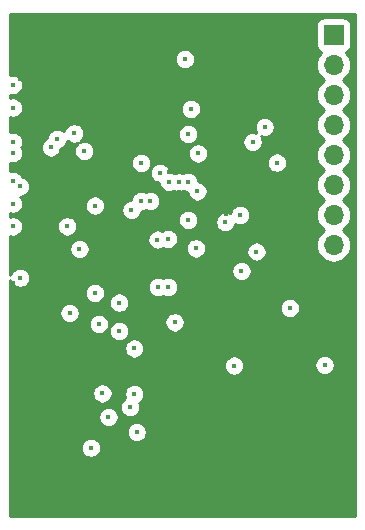
<source format=gbr>
G04 #@! TF.GenerationSoftware,KiCad,Pcbnew,(5.1.0)-1*
G04 #@! TF.CreationDate,2019-04-11T15:43:47-07:00*
G04 #@! TF.ProjectId,MiniScope_V4,4d696e69-5363-46f7-9065-5f56342e6b69,rev?*
G04 #@! TF.SameCoordinates,Original*
G04 #@! TF.FileFunction,Copper,L2,Inr*
G04 #@! TF.FilePolarity,Positive*
%FSLAX46Y46*%
G04 Gerber Fmt 4.6, Leading zero omitted, Abs format (unit mm)*
G04 Created by KiCad (PCBNEW (5.1.0)-1) date 2019-04-11 15:43:47*
%MOMM*%
%LPD*%
G04 APERTURE LIST*
%ADD10O,1.700000X1.700000*%
%ADD11R,1.700000X1.700000*%
%ADD12C,0.450000*%
%ADD13C,0.254000*%
G04 APERTURE END LIST*
D10*
X155041600Y-109753400D03*
X155041600Y-107213400D03*
X155041600Y-104673400D03*
X155041600Y-102133400D03*
X155041600Y-99593400D03*
X155041600Y-97053400D03*
X155041600Y-94513400D03*
D11*
X155041600Y-91973400D03*
D12*
X128498600Y-95707200D03*
X127889000Y-113004600D03*
X137185400Y-120650000D03*
X149271920Y-93211720D03*
X129415600Y-130187640D03*
X141005560Y-91485720D03*
X142722600Y-102819200D03*
X141137640Y-103606600D03*
X134482840Y-95478600D03*
X149693200Y-115142440D03*
X153136600Y-122016520D03*
X148918810Y-121621670D03*
X148595080Y-111963200D03*
X143383000Y-113106200D03*
X149204680Y-98480880D03*
X143408400Y-116814600D03*
X133248400Y-128663474D03*
X138658600Y-129692400D03*
X132664200Y-117805200D03*
X149301200Y-108077000D03*
X129175300Y-103835200D03*
X142965600Y-96581800D03*
X146735802Y-95250000D03*
X148191059Y-102418041D03*
X141935200Y-105232200D03*
X141935200Y-106019600D03*
X145897600Y-107162600D03*
X127889000Y-101015797D03*
X127889000Y-104317800D03*
X134482840Y-126918720D03*
X138170920Y-122367040D03*
X142448280Y-94020640D03*
X138170919Y-118516400D03*
X146613880Y-119959120D03*
X127889000Y-96189802D03*
X128498600Y-112522000D03*
X154279600Y-119928640D03*
X135463280Y-122321320D03*
X135168640Y-116443760D03*
X132684520Y-115529360D03*
X143377920Y-110042960D03*
X148176919Y-101058041D03*
X141122400Y-104419400D03*
X141922500Y-104457500D03*
X138747496Y-102806500D03*
X141579600Y-116306600D03*
X142722600Y-100380800D03*
X139522200Y-106019604D03*
X150241000Y-102781100D03*
X127889000Y-101981000D03*
X128498600Y-104800402D03*
X151333200Y-115092480D03*
X143510000Y-105219500D03*
X147142200Y-107213400D03*
X147235080Y-111961760D03*
X149204680Y-99766120D03*
X148513800Y-110312200D03*
X143550640Y-102001320D03*
X140335000Y-103632000D03*
X142722600Y-104419400D03*
X142951200Y-98221800D03*
X134823200Y-106420920D03*
X134823202Y-113807240D03*
X135976360Y-124338080D03*
X137922000Y-106807000D03*
X136890760Y-114635280D03*
X136885680Y-117053360D03*
X140167360Y-113294160D03*
X140131812Y-109296200D03*
X141030960Y-113314480D03*
X141020800Y-109245406D03*
X137820400Y-123489720D03*
X138734800Y-106019600D03*
X138367601Y-125603000D03*
X145872200Y-107817922D03*
X132472711Y-108180151D03*
X127889000Y-108178600D03*
X131631563Y-100763197D03*
X127889000Y-98120200D03*
X133519970Y-110093760D03*
X133913880Y-101798120D03*
X127889000Y-106248200D03*
X133070600Y-100304600D03*
X142722600Y-107619800D03*
X131089400Y-101498400D03*
D13*
G36*
X156820000Y-132690000D02*
G01*
X127660000Y-132690000D01*
X127660000Y-126834017D01*
X133622840Y-126834017D01*
X133622840Y-127003423D01*
X133655889Y-127169573D01*
X133720718Y-127326083D01*
X133814835Y-127466938D01*
X133934622Y-127586725D01*
X134075477Y-127680842D01*
X134231987Y-127745671D01*
X134398137Y-127778720D01*
X134567543Y-127778720D01*
X134733693Y-127745671D01*
X134890203Y-127680842D01*
X135031058Y-127586725D01*
X135150845Y-127466938D01*
X135244962Y-127326083D01*
X135309791Y-127169573D01*
X135342840Y-127003423D01*
X135342840Y-126834017D01*
X135309791Y-126667867D01*
X135244962Y-126511357D01*
X135150845Y-126370502D01*
X135031058Y-126250715D01*
X134890203Y-126156598D01*
X134733693Y-126091769D01*
X134567543Y-126058720D01*
X134398137Y-126058720D01*
X134231987Y-126091769D01*
X134075477Y-126156598D01*
X133934622Y-126250715D01*
X133814835Y-126370502D01*
X133720718Y-126511357D01*
X133655889Y-126667867D01*
X133622840Y-126834017D01*
X127660000Y-126834017D01*
X127660000Y-125518297D01*
X137507601Y-125518297D01*
X137507601Y-125687703D01*
X137540650Y-125853853D01*
X137605479Y-126010363D01*
X137699596Y-126151218D01*
X137819383Y-126271005D01*
X137960238Y-126365122D01*
X138116748Y-126429951D01*
X138282898Y-126463000D01*
X138452304Y-126463000D01*
X138618454Y-126429951D01*
X138774964Y-126365122D01*
X138915819Y-126271005D01*
X139035606Y-126151218D01*
X139129723Y-126010363D01*
X139194552Y-125853853D01*
X139227601Y-125687703D01*
X139227601Y-125518297D01*
X139194552Y-125352147D01*
X139129723Y-125195637D01*
X139035606Y-125054782D01*
X138915819Y-124934995D01*
X138774964Y-124840878D01*
X138618454Y-124776049D01*
X138452304Y-124743000D01*
X138282898Y-124743000D01*
X138116748Y-124776049D01*
X137960238Y-124840878D01*
X137819383Y-124934995D01*
X137699596Y-125054782D01*
X137605479Y-125195637D01*
X137540650Y-125352147D01*
X137507601Y-125518297D01*
X127660000Y-125518297D01*
X127660000Y-124253377D01*
X135116360Y-124253377D01*
X135116360Y-124422783D01*
X135149409Y-124588933D01*
X135214238Y-124745443D01*
X135308355Y-124886298D01*
X135428142Y-125006085D01*
X135568997Y-125100202D01*
X135725507Y-125165031D01*
X135891657Y-125198080D01*
X136061063Y-125198080D01*
X136227213Y-125165031D01*
X136383723Y-125100202D01*
X136524578Y-125006085D01*
X136644365Y-124886298D01*
X136738482Y-124745443D01*
X136803311Y-124588933D01*
X136836360Y-124422783D01*
X136836360Y-124253377D01*
X136803311Y-124087227D01*
X136738482Y-123930717D01*
X136644365Y-123789862D01*
X136524578Y-123670075D01*
X136383723Y-123575958D01*
X136227213Y-123511129D01*
X136061063Y-123478080D01*
X135891657Y-123478080D01*
X135725507Y-123511129D01*
X135568997Y-123575958D01*
X135428142Y-123670075D01*
X135308355Y-123789862D01*
X135214238Y-123930717D01*
X135149409Y-124087227D01*
X135116360Y-124253377D01*
X127660000Y-124253377D01*
X127660000Y-123405017D01*
X136960400Y-123405017D01*
X136960400Y-123574423D01*
X136993449Y-123740573D01*
X137058278Y-123897083D01*
X137152395Y-124037938D01*
X137272182Y-124157725D01*
X137413037Y-124251842D01*
X137569547Y-124316671D01*
X137735697Y-124349720D01*
X137905103Y-124349720D01*
X138071253Y-124316671D01*
X138227763Y-124251842D01*
X138368618Y-124157725D01*
X138488405Y-124037938D01*
X138582522Y-123897083D01*
X138647351Y-123740573D01*
X138680400Y-123574423D01*
X138680400Y-123405017D01*
X138647351Y-123238867D01*
X138596788Y-123116797D01*
X138719138Y-123035045D01*
X138838925Y-122915258D01*
X138933042Y-122774403D01*
X138997871Y-122617893D01*
X139030920Y-122451743D01*
X139030920Y-122282337D01*
X138997871Y-122116187D01*
X138933042Y-121959677D01*
X138838925Y-121818822D01*
X138719138Y-121699035D01*
X138578283Y-121604918D01*
X138421773Y-121540089D01*
X138255623Y-121507040D01*
X138086217Y-121507040D01*
X137920067Y-121540089D01*
X137763557Y-121604918D01*
X137622702Y-121699035D01*
X137502915Y-121818822D01*
X137408798Y-121959677D01*
X137343969Y-122116187D01*
X137310920Y-122282337D01*
X137310920Y-122451743D01*
X137343969Y-122617893D01*
X137394532Y-122739963D01*
X137272182Y-122821715D01*
X137152395Y-122941502D01*
X137058278Y-123082357D01*
X136993449Y-123238867D01*
X136960400Y-123405017D01*
X127660000Y-123405017D01*
X127660000Y-122236617D01*
X134603280Y-122236617D01*
X134603280Y-122406023D01*
X134636329Y-122572173D01*
X134701158Y-122728683D01*
X134795275Y-122869538D01*
X134915062Y-122989325D01*
X135055917Y-123083442D01*
X135212427Y-123148271D01*
X135378577Y-123181320D01*
X135547983Y-123181320D01*
X135714133Y-123148271D01*
X135870643Y-123083442D01*
X136011498Y-122989325D01*
X136131285Y-122869538D01*
X136225402Y-122728683D01*
X136290231Y-122572173D01*
X136323280Y-122406023D01*
X136323280Y-122236617D01*
X136290231Y-122070467D01*
X136225402Y-121913957D01*
X136131285Y-121773102D01*
X136011498Y-121653315D01*
X135870643Y-121559198D01*
X135714133Y-121494369D01*
X135547983Y-121461320D01*
X135378577Y-121461320D01*
X135212427Y-121494369D01*
X135055917Y-121559198D01*
X134915062Y-121653315D01*
X134795275Y-121773102D01*
X134701158Y-121913957D01*
X134636329Y-122070467D01*
X134603280Y-122236617D01*
X127660000Y-122236617D01*
X127660000Y-119874417D01*
X145753880Y-119874417D01*
X145753880Y-120043823D01*
X145786929Y-120209973D01*
X145851758Y-120366483D01*
X145945875Y-120507338D01*
X146065662Y-120627125D01*
X146206517Y-120721242D01*
X146363027Y-120786071D01*
X146529177Y-120819120D01*
X146698583Y-120819120D01*
X146864733Y-120786071D01*
X147021243Y-120721242D01*
X147162098Y-120627125D01*
X147281885Y-120507338D01*
X147376002Y-120366483D01*
X147440831Y-120209973D01*
X147473880Y-120043823D01*
X147473880Y-119874417D01*
X147467818Y-119843937D01*
X153419600Y-119843937D01*
X153419600Y-120013343D01*
X153452649Y-120179493D01*
X153517478Y-120336003D01*
X153611595Y-120476858D01*
X153731382Y-120596645D01*
X153872237Y-120690762D01*
X154028747Y-120755591D01*
X154194897Y-120788640D01*
X154364303Y-120788640D01*
X154530453Y-120755591D01*
X154686963Y-120690762D01*
X154827818Y-120596645D01*
X154947605Y-120476858D01*
X155041722Y-120336003D01*
X155106551Y-120179493D01*
X155139600Y-120013343D01*
X155139600Y-119843937D01*
X155106551Y-119677787D01*
X155041722Y-119521277D01*
X154947605Y-119380422D01*
X154827818Y-119260635D01*
X154686963Y-119166518D01*
X154530453Y-119101689D01*
X154364303Y-119068640D01*
X154194897Y-119068640D01*
X154028747Y-119101689D01*
X153872237Y-119166518D01*
X153731382Y-119260635D01*
X153611595Y-119380422D01*
X153517478Y-119521277D01*
X153452649Y-119677787D01*
X153419600Y-119843937D01*
X147467818Y-119843937D01*
X147440831Y-119708267D01*
X147376002Y-119551757D01*
X147281885Y-119410902D01*
X147162098Y-119291115D01*
X147021243Y-119196998D01*
X146864733Y-119132169D01*
X146698583Y-119099120D01*
X146529177Y-119099120D01*
X146363027Y-119132169D01*
X146206517Y-119196998D01*
X146065662Y-119291115D01*
X145945875Y-119410902D01*
X145851758Y-119551757D01*
X145786929Y-119708267D01*
X145753880Y-119874417D01*
X127660000Y-119874417D01*
X127660000Y-118431697D01*
X137310919Y-118431697D01*
X137310919Y-118601103D01*
X137343968Y-118767253D01*
X137408797Y-118923763D01*
X137502914Y-119064618D01*
X137622701Y-119184405D01*
X137763556Y-119278522D01*
X137920066Y-119343351D01*
X138086216Y-119376400D01*
X138255622Y-119376400D01*
X138421772Y-119343351D01*
X138578282Y-119278522D01*
X138719137Y-119184405D01*
X138838924Y-119064618D01*
X138933041Y-118923763D01*
X138997870Y-118767253D01*
X139030919Y-118601103D01*
X139030919Y-118431697D01*
X138997870Y-118265547D01*
X138933041Y-118109037D01*
X138838924Y-117968182D01*
X138719137Y-117848395D01*
X138578282Y-117754278D01*
X138421772Y-117689449D01*
X138255622Y-117656400D01*
X138086216Y-117656400D01*
X137920066Y-117689449D01*
X137763556Y-117754278D01*
X137622701Y-117848395D01*
X137502914Y-117968182D01*
X137408797Y-118109037D01*
X137343968Y-118265547D01*
X137310919Y-118431697D01*
X127660000Y-118431697D01*
X127660000Y-115444657D01*
X131824520Y-115444657D01*
X131824520Y-115614063D01*
X131857569Y-115780213D01*
X131922398Y-115936723D01*
X132016515Y-116077578D01*
X132136302Y-116197365D01*
X132277157Y-116291482D01*
X132433667Y-116356311D01*
X132599817Y-116389360D01*
X132769223Y-116389360D01*
X132921567Y-116359057D01*
X134308640Y-116359057D01*
X134308640Y-116528463D01*
X134341689Y-116694613D01*
X134406518Y-116851123D01*
X134500635Y-116991978D01*
X134620422Y-117111765D01*
X134761277Y-117205882D01*
X134917787Y-117270711D01*
X135083937Y-117303760D01*
X135253343Y-117303760D01*
X135419493Y-117270711D01*
X135576003Y-117205882D01*
X135716858Y-117111765D01*
X135836645Y-116991978D01*
X135852227Y-116968657D01*
X136025680Y-116968657D01*
X136025680Y-117138063D01*
X136058729Y-117304213D01*
X136123558Y-117460723D01*
X136217675Y-117601578D01*
X136337462Y-117721365D01*
X136478317Y-117815482D01*
X136634827Y-117880311D01*
X136800977Y-117913360D01*
X136970383Y-117913360D01*
X137136533Y-117880311D01*
X137293043Y-117815482D01*
X137433898Y-117721365D01*
X137553685Y-117601578D01*
X137647802Y-117460723D01*
X137712631Y-117304213D01*
X137745680Y-117138063D01*
X137745680Y-116968657D01*
X137712631Y-116802507D01*
X137647802Y-116645997D01*
X137553685Y-116505142D01*
X137433898Y-116385355D01*
X137293043Y-116291238D01*
X137136533Y-116226409D01*
X137113850Y-116221897D01*
X140719600Y-116221897D01*
X140719600Y-116391303D01*
X140752649Y-116557453D01*
X140817478Y-116713963D01*
X140911595Y-116854818D01*
X141031382Y-116974605D01*
X141172237Y-117068722D01*
X141328747Y-117133551D01*
X141494897Y-117166600D01*
X141664303Y-117166600D01*
X141830453Y-117133551D01*
X141986963Y-117068722D01*
X142127818Y-116974605D01*
X142247605Y-116854818D01*
X142341722Y-116713963D01*
X142406551Y-116557453D01*
X142439600Y-116391303D01*
X142439600Y-116221897D01*
X142406551Y-116055747D01*
X142341722Y-115899237D01*
X142247605Y-115758382D01*
X142127818Y-115638595D01*
X141986963Y-115544478D01*
X141830453Y-115479649D01*
X141664303Y-115446600D01*
X141494897Y-115446600D01*
X141328747Y-115479649D01*
X141172237Y-115544478D01*
X141031382Y-115638595D01*
X140911595Y-115758382D01*
X140817478Y-115899237D01*
X140752649Y-116055747D01*
X140719600Y-116221897D01*
X137113850Y-116221897D01*
X136970383Y-116193360D01*
X136800977Y-116193360D01*
X136634827Y-116226409D01*
X136478317Y-116291238D01*
X136337462Y-116385355D01*
X136217675Y-116505142D01*
X136123558Y-116645997D01*
X136058729Y-116802507D01*
X136025680Y-116968657D01*
X135852227Y-116968657D01*
X135930762Y-116851123D01*
X135995591Y-116694613D01*
X136028640Y-116528463D01*
X136028640Y-116359057D01*
X135995591Y-116192907D01*
X135930762Y-116036397D01*
X135836645Y-115895542D01*
X135716858Y-115775755D01*
X135576003Y-115681638D01*
X135419493Y-115616809D01*
X135253343Y-115583760D01*
X135083937Y-115583760D01*
X134917787Y-115616809D01*
X134761277Y-115681638D01*
X134620422Y-115775755D01*
X134500635Y-115895542D01*
X134406518Y-116036397D01*
X134341689Y-116192907D01*
X134308640Y-116359057D01*
X132921567Y-116359057D01*
X132935373Y-116356311D01*
X133091883Y-116291482D01*
X133232738Y-116197365D01*
X133352525Y-116077578D01*
X133446642Y-115936723D01*
X133511471Y-115780213D01*
X133544520Y-115614063D01*
X133544520Y-115444657D01*
X133511471Y-115278507D01*
X133446642Y-115121997D01*
X133352525Y-114981142D01*
X133232738Y-114861355D01*
X133091883Y-114767238D01*
X132935373Y-114702409D01*
X132769223Y-114669360D01*
X132599817Y-114669360D01*
X132433667Y-114702409D01*
X132277157Y-114767238D01*
X132136302Y-114861355D01*
X132016515Y-114981142D01*
X131922398Y-115121997D01*
X131857569Y-115278507D01*
X131824520Y-115444657D01*
X127660000Y-115444657D01*
X127660000Y-113722537D01*
X133963202Y-113722537D01*
X133963202Y-113891943D01*
X133996251Y-114058093D01*
X134061080Y-114214603D01*
X134155197Y-114355458D01*
X134274984Y-114475245D01*
X134415839Y-114569362D01*
X134572349Y-114634191D01*
X134738499Y-114667240D01*
X134907905Y-114667240D01*
X135074055Y-114634191D01*
X135230565Y-114569362D01*
X135258678Y-114550577D01*
X136030760Y-114550577D01*
X136030760Y-114719983D01*
X136063809Y-114886133D01*
X136128638Y-115042643D01*
X136222755Y-115183498D01*
X136342542Y-115303285D01*
X136483397Y-115397402D01*
X136639907Y-115462231D01*
X136806057Y-115495280D01*
X136975463Y-115495280D01*
X137141613Y-115462231D01*
X137298123Y-115397402D01*
X137438978Y-115303285D01*
X137558765Y-115183498D01*
X137652882Y-115042643D01*
X137667324Y-115007777D01*
X150473200Y-115007777D01*
X150473200Y-115177183D01*
X150506249Y-115343333D01*
X150571078Y-115499843D01*
X150665195Y-115640698D01*
X150784982Y-115760485D01*
X150925837Y-115854602D01*
X151082347Y-115919431D01*
X151248497Y-115952480D01*
X151417903Y-115952480D01*
X151584053Y-115919431D01*
X151740563Y-115854602D01*
X151881418Y-115760485D01*
X152001205Y-115640698D01*
X152095322Y-115499843D01*
X152160151Y-115343333D01*
X152193200Y-115177183D01*
X152193200Y-115007777D01*
X152160151Y-114841627D01*
X152095322Y-114685117D01*
X152001205Y-114544262D01*
X151881418Y-114424475D01*
X151740563Y-114330358D01*
X151584053Y-114265529D01*
X151417903Y-114232480D01*
X151248497Y-114232480D01*
X151082347Y-114265529D01*
X150925837Y-114330358D01*
X150784982Y-114424475D01*
X150665195Y-114544262D01*
X150571078Y-114685117D01*
X150506249Y-114841627D01*
X150473200Y-115007777D01*
X137667324Y-115007777D01*
X137717711Y-114886133D01*
X137750760Y-114719983D01*
X137750760Y-114550577D01*
X137717711Y-114384427D01*
X137652882Y-114227917D01*
X137558765Y-114087062D01*
X137438978Y-113967275D01*
X137298123Y-113873158D01*
X137141613Y-113808329D01*
X136975463Y-113775280D01*
X136806057Y-113775280D01*
X136639907Y-113808329D01*
X136483397Y-113873158D01*
X136342542Y-113967275D01*
X136222755Y-114087062D01*
X136128638Y-114227917D01*
X136063809Y-114384427D01*
X136030760Y-114550577D01*
X135258678Y-114550577D01*
X135371420Y-114475245D01*
X135491207Y-114355458D01*
X135585324Y-114214603D01*
X135650153Y-114058093D01*
X135683202Y-113891943D01*
X135683202Y-113722537D01*
X135650153Y-113556387D01*
X135585324Y-113399877D01*
X135491207Y-113259022D01*
X135441642Y-113209457D01*
X139307360Y-113209457D01*
X139307360Y-113378863D01*
X139340409Y-113545013D01*
X139405238Y-113701523D01*
X139499355Y-113842378D01*
X139619142Y-113962165D01*
X139759997Y-114056282D01*
X139916507Y-114121111D01*
X140082657Y-114154160D01*
X140252063Y-114154160D01*
X140418213Y-114121111D01*
X140574723Y-114056282D01*
X140583955Y-114050114D01*
X140623597Y-114076602D01*
X140780107Y-114141431D01*
X140946257Y-114174480D01*
X141115663Y-114174480D01*
X141281813Y-114141431D01*
X141438323Y-114076602D01*
X141579178Y-113982485D01*
X141698965Y-113862698D01*
X141793082Y-113721843D01*
X141857911Y-113565333D01*
X141890960Y-113399183D01*
X141890960Y-113229777D01*
X141857911Y-113063627D01*
X141793082Y-112907117D01*
X141698965Y-112766262D01*
X141579178Y-112646475D01*
X141438323Y-112552358D01*
X141281813Y-112487529D01*
X141115663Y-112454480D01*
X140946257Y-112454480D01*
X140780107Y-112487529D01*
X140623597Y-112552358D01*
X140614365Y-112558526D01*
X140574723Y-112532038D01*
X140418213Y-112467209D01*
X140252063Y-112434160D01*
X140082657Y-112434160D01*
X139916507Y-112467209D01*
X139759997Y-112532038D01*
X139619142Y-112626155D01*
X139499355Y-112745942D01*
X139405238Y-112886797D01*
X139340409Y-113043307D01*
X139307360Y-113209457D01*
X135441642Y-113209457D01*
X135371420Y-113139235D01*
X135230565Y-113045118D01*
X135074055Y-112980289D01*
X134907905Y-112947240D01*
X134738499Y-112947240D01*
X134572349Y-112980289D01*
X134415839Y-113045118D01*
X134274984Y-113139235D01*
X134155197Y-113259022D01*
X134061080Y-113399877D01*
X133996251Y-113556387D01*
X133963202Y-113722537D01*
X127660000Y-113722537D01*
X127660000Y-112714289D01*
X127671649Y-112772853D01*
X127736478Y-112929363D01*
X127830595Y-113070218D01*
X127950382Y-113190005D01*
X128091237Y-113284122D01*
X128247747Y-113348951D01*
X128413897Y-113382000D01*
X128583303Y-113382000D01*
X128749453Y-113348951D01*
X128905963Y-113284122D01*
X129046818Y-113190005D01*
X129166605Y-113070218D01*
X129260722Y-112929363D01*
X129325551Y-112772853D01*
X129358600Y-112606703D01*
X129358600Y-112437297D01*
X129325551Y-112271147D01*
X129260722Y-112114637D01*
X129166605Y-111973782D01*
X129069880Y-111877057D01*
X146375080Y-111877057D01*
X146375080Y-112046463D01*
X146408129Y-112212613D01*
X146472958Y-112369123D01*
X146567075Y-112509978D01*
X146686862Y-112629765D01*
X146827717Y-112723882D01*
X146984227Y-112788711D01*
X147150377Y-112821760D01*
X147319783Y-112821760D01*
X147485933Y-112788711D01*
X147642443Y-112723882D01*
X147783298Y-112629765D01*
X147903085Y-112509978D01*
X147997202Y-112369123D01*
X148062031Y-112212613D01*
X148095080Y-112046463D01*
X148095080Y-111877057D01*
X148062031Y-111710907D01*
X147997202Y-111554397D01*
X147903085Y-111413542D01*
X147783298Y-111293755D01*
X147642443Y-111199638D01*
X147485933Y-111134809D01*
X147319783Y-111101760D01*
X147150377Y-111101760D01*
X146984227Y-111134809D01*
X146827717Y-111199638D01*
X146686862Y-111293755D01*
X146567075Y-111413542D01*
X146472958Y-111554397D01*
X146408129Y-111710907D01*
X146375080Y-111877057D01*
X129069880Y-111877057D01*
X129046818Y-111853995D01*
X128905963Y-111759878D01*
X128749453Y-111695049D01*
X128583303Y-111662000D01*
X128413897Y-111662000D01*
X128247747Y-111695049D01*
X128091237Y-111759878D01*
X127950382Y-111853995D01*
X127830595Y-111973782D01*
X127736478Y-112114637D01*
X127671649Y-112271147D01*
X127660000Y-112329711D01*
X127660000Y-110009057D01*
X132659970Y-110009057D01*
X132659970Y-110178463D01*
X132693019Y-110344613D01*
X132757848Y-110501123D01*
X132851965Y-110641978D01*
X132971752Y-110761765D01*
X133112607Y-110855882D01*
X133269117Y-110920711D01*
X133435267Y-110953760D01*
X133604673Y-110953760D01*
X133770823Y-110920711D01*
X133927333Y-110855882D01*
X134068188Y-110761765D01*
X134187975Y-110641978D01*
X134282092Y-110501123D01*
X134346921Y-110344613D01*
X134379970Y-110178463D01*
X134379970Y-110009057D01*
X134346921Y-109842907D01*
X134282092Y-109686397D01*
X134187975Y-109545542D01*
X134068188Y-109425755D01*
X133927333Y-109331638D01*
X133770823Y-109266809D01*
X133604673Y-109233760D01*
X133435267Y-109233760D01*
X133269117Y-109266809D01*
X133112607Y-109331638D01*
X132971752Y-109425755D01*
X132851965Y-109545542D01*
X132757848Y-109686397D01*
X132693019Y-109842907D01*
X132659970Y-110009057D01*
X127660000Y-110009057D01*
X127660000Y-109211497D01*
X139271812Y-109211497D01*
X139271812Y-109380903D01*
X139304861Y-109547053D01*
X139369690Y-109703563D01*
X139463807Y-109844418D01*
X139583594Y-109964205D01*
X139724449Y-110058322D01*
X139880959Y-110123151D01*
X140047109Y-110156200D01*
X140216515Y-110156200D01*
X140382665Y-110123151D01*
X140539175Y-110058322D01*
X140614521Y-110007977D01*
X140769947Y-110072357D01*
X140936097Y-110105406D01*
X141105503Y-110105406D01*
X141271653Y-110072357D01*
X141428163Y-110007528D01*
X141501901Y-109958257D01*
X142517920Y-109958257D01*
X142517920Y-110127663D01*
X142550969Y-110293813D01*
X142615798Y-110450323D01*
X142709915Y-110591178D01*
X142829702Y-110710965D01*
X142970557Y-110805082D01*
X143127067Y-110869911D01*
X143293217Y-110902960D01*
X143462623Y-110902960D01*
X143628773Y-110869911D01*
X143785283Y-110805082D01*
X143926138Y-110710965D01*
X144045925Y-110591178D01*
X144140042Y-110450323D01*
X144204871Y-110293813D01*
X144218061Y-110227497D01*
X147653800Y-110227497D01*
X147653800Y-110396903D01*
X147686849Y-110563053D01*
X147751678Y-110719563D01*
X147845795Y-110860418D01*
X147965582Y-110980205D01*
X148106437Y-111074322D01*
X148262947Y-111139151D01*
X148429097Y-111172200D01*
X148598503Y-111172200D01*
X148764653Y-111139151D01*
X148921163Y-111074322D01*
X149062018Y-110980205D01*
X149181805Y-110860418D01*
X149275922Y-110719563D01*
X149340751Y-110563053D01*
X149373800Y-110396903D01*
X149373800Y-110227497D01*
X149340751Y-110061347D01*
X149275922Y-109904837D01*
X149181805Y-109763982D01*
X149062018Y-109644195D01*
X148921163Y-109550078D01*
X148764653Y-109485249D01*
X148598503Y-109452200D01*
X148429097Y-109452200D01*
X148262947Y-109485249D01*
X148106437Y-109550078D01*
X147965582Y-109644195D01*
X147845795Y-109763982D01*
X147751678Y-109904837D01*
X147686849Y-110061347D01*
X147653800Y-110227497D01*
X144218061Y-110227497D01*
X144237920Y-110127663D01*
X144237920Y-109958257D01*
X144204871Y-109792107D01*
X144140042Y-109635597D01*
X144045925Y-109494742D01*
X143926138Y-109374955D01*
X143785283Y-109280838D01*
X143628773Y-109216009D01*
X143462623Y-109182960D01*
X143293217Y-109182960D01*
X143127067Y-109216009D01*
X142970557Y-109280838D01*
X142829702Y-109374955D01*
X142709915Y-109494742D01*
X142615798Y-109635597D01*
X142550969Y-109792107D01*
X142517920Y-109958257D01*
X141501901Y-109958257D01*
X141569018Y-109913411D01*
X141688805Y-109793624D01*
X141782922Y-109652769D01*
X141847751Y-109496259D01*
X141880800Y-109330109D01*
X141880800Y-109160703D01*
X141847751Y-108994553D01*
X141782922Y-108838043D01*
X141688805Y-108697188D01*
X141569018Y-108577401D01*
X141428163Y-108483284D01*
X141271653Y-108418455D01*
X141105503Y-108385406D01*
X140936097Y-108385406D01*
X140769947Y-108418455D01*
X140613437Y-108483284D01*
X140538091Y-108533629D01*
X140382665Y-108469249D01*
X140216515Y-108436200D01*
X140047109Y-108436200D01*
X139880959Y-108469249D01*
X139724449Y-108534078D01*
X139583594Y-108628195D01*
X139463807Y-108747982D01*
X139369690Y-108888837D01*
X139304861Y-109045347D01*
X139271812Y-109211497D01*
X127660000Y-109211497D01*
X127660000Y-109009898D01*
X127804297Y-109038600D01*
X127973703Y-109038600D01*
X128139853Y-109005551D01*
X128296363Y-108940722D01*
X128437218Y-108846605D01*
X128557005Y-108726818D01*
X128651122Y-108585963D01*
X128715951Y-108429453D01*
X128749000Y-108263303D01*
X128749000Y-108095448D01*
X131612711Y-108095448D01*
X131612711Y-108264854D01*
X131645760Y-108431004D01*
X131710589Y-108587514D01*
X131804706Y-108728369D01*
X131924493Y-108848156D01*
X132065348Y-108942273D01*
X132221858Y-109007102D01*
X132388008Y-109040151D01*
X132557414Y-109040151D01*
X132723564Y-109007102D01*
X132880074Y-108942273D01*
X133020929Y-108848156D01*
X133140716Y-108728369D01*
X133234833Y-108587514D01*
X133299662Y-108431004D01*
X133332711Y-108264854D01*
X133332711Y-108095448D01*
X133299662Y-107929298D01*
X133234833Y-107772788D01*
X133140716Y-107631933D01*
X133020929Y-107512146D01*
X132880074Y-107418029D01*
X132723564Y-107353200D01*
X132557414Y-107320151D01*
X132388008Y-107320151D01*
X132221858Y-107353200D01*
X132065348Y-107418029D01*
X131924493Y-107512146D01*
X131804706Y-107631933D01*
X131710589Y-107772788D01*
X131645760Y-107929298D01*
X131612711Y-108095448D01*
X128749000Y-108095448D01*
X128749000Y-108093897D01*
X128715951Y-107927747D01*
X128651122Y-107771237D01*
X128557005Y-107630382D01*
X128437218Y-107510595D01*
X128296363Y-107416478D01*
X128139853Y-107351649D01*
X127973703Y-107318600D01*
X127804297Y-107318600D01*
X127660000Y-107347302D01*
X127660000Y-107079498D01*
X127804297Y-107108200D01*
X127973703Y-107108200D01*
X128139853Y-107075151D01*
X128296363Y-107010322D01*
X128437218Y-106916205D01*
X128557005Y-106796418D01*
X128651122Y-106655563D01*
X128715951Y-106499053D01*
X128748340Y-106336217D01*
X133963200Y-106336217D01*
X133963200Y-106505623D01*
X133996249Y-106671773D01*
X134061078Y-106828283D01*
X134155195Y-106969138D01*
X134274982Y-107088925D01*
X134415837Y-107183042D01*
X134572347Y-107247871D01*
X134738497Y-107280920D01*
X134907903Y-107280920D01*
X135074053Y-107247871D01*
X135230563Y-107183042D01*
X135371418Y-107088925D01*
X135491205Y-106969138D01*
X135585322Y-106828283D01*
X135629223Y-106722297D01*
X137062000Y-106722297D01*
X137062000Y-106891703D01*
X137095049Y-107057853D01*
X137159878Y-107214363D01*
X137253995Y-107355218D01*
X137373782Y-107475005D01*
X137514637Y-107569122D01*
X137671147Y-107633951D01*
X137837297Y-107667000D01*
X138006703Y-107667000D01*
X138172853Y-107633951D01*
X138329363Y-107569122D01*
X138380284Y-107535097D01*
X141862600Y-107535097D01*
X141862600Y-107704503D01*
X141895649Y-107870653D01*
X141960478Y-108027163D01*
X142054595Y-108168018D01*
X142174382Y-108287805D01*
X142315237Y-108381922D01*
X142471747Y-108446751D01*
X142637897Y-108479800D01*
X142807303Y-108479800D01*
X142973453Y-108446751D01*
X143129963Y-108381922D01*
X143270818Y-108287805D01*
X143390605Y-108168018D01*
X143484722Y-108027163D01*
X143549551Y-107870653D01*
X143576888Y-107733219D01*
X145012200Y-107733219D01*
X145012200Y-107902625D01*
X145045249Y-108068775D01*
X145110078Y-108225285D01*
X145204195Y-108366140D01*
X145323982Y-108485927D01*
X145464837Y-108580044D01*
X145621347Y-108644873D01*
X145787497Y-108677922D01*
X145956903Y-108677922D01*
X146123053Y-108644873D01*
X146279563Y-108580044D01*
X146420418Y-108485927D01*
X146540205Y-108366140D01*
X146634322Y-108225285D01*
X146699151Y-108068775D01*
X146719710Y-107965415D01*
X146734837Y-107975522D01*
X146891347Y-108040351D01*
X147057497Y-108073400D01*
X147226903Y-108073400D01*
X147393053Y-108040351D01*
X147549563Y-107975522D01*
X147690418Y-107881405D01*
X147810205Y-107761618D01*
X147904322Y-107620763D01*
X147969151Y-107464253D01*
X148002200Y-107298103D01*
X148002200Y-107128697D01*
X147969151Y-106962547D01*
X147904322Y-106806037D01*
X147810205Y-106665182D01*
X147690418Y-106545395D01*
X147549563Y-106451278D01*
X147393053Y-106386449D01*
X147226903Y-106353400D01*
X147057497Y-106353400D01*
X146891347Y-106386449D01*
X146734837Y-106451278D01*
X146593982Y-106545395D01*
X146474195Y-106665182D01*
X146380078Y-106806037D01*
X146315249Y-106962547D01*
X146294690Y-107065907D01*
X146279563Y-107055800D01*
X146123053Y-106990971D01*
X145956903Y-106957922D01*
X145787497Y-106957922D01*
X145621347Y-106990971D01*
X145464837Y-107055800D01*
X145323982Y-107149917D01*
X145204195Y-107269704D01*
X145110078Y-107410559D01*
X145045249Y-107567069D01*
X145012200Y-107733219D01*
X143576888Y-107733219D01*
X143582600Y-107704503D01*
X143582600Y-107535097D01*
X143549551Y-107368947D01*
X143484722Y-107212437D01*
X143390605Y-107071582D01*
X143270818Y-106951795D01*
X143129963Y-106857678D01*
X142973453Y-106792849D01*
X142807303Y-106759800D01*
X142637897Y-106759800D01*
X142471747Y-106792849D01*
X142315237Y-106857678D01*
X142174382Y-106951795D01*
X142054595Y-107071582D01*
X141960478Y-107212437D01*
X141895649Y-107368947D01*
X141862600Y-107535097D01*
X138380284Y-107535097D01*
X138470218Y-107475005D01*
X138590005Y-107355218D01*
X138684122Y-107214363D01*
X138748951Y-107057853D01*
X138782000Y-106891703D01*
X138782000Y-106879600D01*
X138819503Y-106879600D01*
X138985653Y-106846551D01*
X139128495Y-106787383D01*
X139271347Y-106846555D01*
X139437497Y-106879604D01*
X139606903Y-106879604D01*
X139773053Y-106846555D01*
X139929563Y-106781726D01*
X140070418Y-106687609D01*
X140190205Y-106567822D01*
X140284322Y-106426967D01*
X140349151Y-106270457D01*
X140382200Y-106104307D01*
X140382200Y-105934901D01*
X140349151Y-105768751D01*
X140284322Y-105612241D01*
X140190205Y-105471386D01*
X140070418Y-105351599D01*
X139929563Y-105257482D01*
X139773053Y-105192653D01*
X139606903Y-105159604D01*
X139437497Y-105159604D01*
X139271347Y-105192653D01*
X139128505Y-105251821D01*
X138985653Y-105192649D01*
X138819503Y-105159600D01*
X138650097Y-105159600D01*
X138483947Y-105192649D01*
X138327437Y-105257478D01*
X138186582Y-105351595D01*
X138066795Y-105471382D01*
X137972678Y-105612237D01*
X137907849Y-105768747D01*
X137874800Y-105934897D01*
X137874800Y-105947000D01*
X137837297Y-105947000D01*
X137671147Y-105980049D01*
X137514637Y-106044878D01*
X137373782Y-106138995D01*
X137253995Y-106258782D01*
X137159878Y-106399637D01*
X137095049Y-106556147D01*
X137062000Y-106722297D01*
X135629223Y-106722297D01*
X135650151Y-106671773D01*
X135683200Y-106505623D01*
X135683200Y-106336217D01*
X135650151Y-106170067D01*
X135585322Y-106013557D01*
X135491205Y-105872702D01*
X135371418Y-105752915D01*
X135230563Y-105658798D01*
X135074053Y-105593969D01*
X134907903Y-105560920D01*
X134738497Y-105560920D01*
X134572347Y-105593969D01*
X134415837Y-105658798D01*
X134274982Y-105752915D01*
X134155195Y-105872702D01*
X134061078Y-106013557D01*
X133996249Y-106170067D01*
X133963200Y-106336217D01*
X128748340Y-106336217D01*
X128749000Y-106332903D01*
X128749000Y-106163497D01*
X128715951Y-105997347D01*
X128651122Y-105840837D01*
X128557005Y-105699982D01*
X128517425Y-105660402D01*
X128583303Y-105660402D01*
X128749453Y-105627353D01*
X128905963Y-105562524D01*
X129046818Y-105468407D01*
X129166605Y-105348620D01*
X129260722Y-105207765D01*
X129325551Y-105051255D01*
X129358600Y-104885105D01*
X129358600Y-104715699D01*
X129325551Y-104549549D01*
X129260722Y-104393039D01*
X129166605Y-104252184D01*
X129046818Y-104132397D01*
X128905963Y-104038280D01*
X128749453Y-103973451D01*
X128670738Y-103957794D01*
X128651122Y-103910437D01*
X128557005Y-103769582D01*
X128437218Y-103649795D01*
X128296363Y-103555678D01*
X128139853Y-103490849D01*
X127973703Y-103457800D01*
X127804297Y-103457800D01*
X127660000Y-103486502D01*
X127660000Y-102812298D01*
X127804297Y-102841000D01*
X127973703Y-102841000D01*
X128139853Y-102807951D01*
X128296363Y-102743122D01*
X128328277Y-102721797D01*
X137887496Y-102721797D01*
X137887496Y-102891203D01*
X137920545Y-103057353D01*
X137985374Y-103213863D01*
X138079491Y-103354718D01*
X138199278Y-103474505D01*
X138340133Y-103568622D01*
X138496643Y-103633451D01*
X138662793Y-103666500D01*
X138832199Y-103666500D01*
X138998349Y-103633451D01*
X139154859Y-103568622D01*
X139186773Y-103547297D01*
X139475000Y-103547297D01*
X139475000Y-103716703D01*
X139508049Y-103882853D01*
X139572878Y-104039363D01*
X139666995Y-104180218D01*
X139786782Y-104300005D01*
X139927637Y-104394122D01*
X140084147Y-104458951D01*
X140250297Y-104492000D01*
X140262400Y-104492000D01*
X140262400Y-104504103D01*
X140295449Y-104670253D01*
X140360278Y-104826763D01*
X140454395Y-104967618D01*
X140574182Y-105087405D01*
X140715037Y-105181522D01*
X140871547Y-105246351D01*
X141037697Y-105279400D01*
X141207103Y-105279400D01*
X141373253Y-105246351D01*
X141485535Y-105199842D01*
X141515137Y-105219622D01*
X141671647Y-105284451D01*
X141837797Y-105317500D01*
X142007203Y-105317500D01*
X142173353Y-105284451D01*
X142329863Y-105219622D01*
X142359465Y-105199842D01*
X142471747Y-105246351D01*
X142637897Y-105279400D01*
X142650000Y-105279400D01*
X142650000Y-105304203D01*
X142683049Y-105470353D01*
X142747878Y-105626863D01*
X142841995Y-105767718D01*
X142961782Y-105887505D01*
X143102637Y-105981622D01*
X143259147Y-106046451D01*
X143425297Y-106079500D01*
X143594703Y-106079500D01*
X143760853Y-106046451D01*
X143917363Y-105981622D01*
X144058218Y-105887505D01*
X144178005Y-105767718D01*
X144272122Y-105626863D01*
X144336951Y-105470353D01*
X144370000Y-105304203D01*
X144370000Y-105134797D01*
X144336951Y-104968647D01*
X144272122Y-104812137D01*
X144178005Y-104671282D01*
X144058218Y-104551495D01*
X143917363Y-104457378D01*
X143760853Y-104392549D01*
X143594703Y-104359500D01*
X143582600Y-104359500D01*
X143582600Y-104334697D01*
X143549551Y-104168547D01*
X143484722Y-104012037D01*
X143390605Y-103871182D01*
X143270818Y-103751395D01*
X143129963Y-103657278D01*
X142973453Y-103592449D01*
X142807303Y-103559400D01*
X142637897Y-103559400D01*
X142471747Y-103592449D01*
X142315237Y-103657278D01*
X142285635Y-103677058D01*
X142173353Y-103630549D01*
X142007203Y-103597500D01*
X141837797Y-103597500D01*
X141671647Y-103630549D01*
X141559365Y-103677058D01*
X141529763Y-103657278D01*
X141373253Y-103592449D01*
X141207103Y-103559400D01*
X141195000Y-103559400D01*
X141195000Y-103547297D01*
X141161951Y-103381147D01*
X141097122Y-103224637D01*
X141003005Y-103083782D01*
X140883218Y-102963995D01*
X140742363Y-102869878D01*
X140585853Y-102805049D01*
X140419703Y-102772000D01*
X140250297Y-102772000D01*
X140084147Y-102805049D01*
X139927637Y-102869878D01*
X139786782Y-102963995D01*
X139666995Y-103083782D01*
X139572878Y-103224637D01*
X139508049Y-103381147D01*
X139475000Y-103547297D01*
X139186773Y-103547297D01*
X139295714Y-103474505D01*
X139415501Y-103354718D01*
X139509618Y-103213863D01*
X139574447Y-103057353D01*
X139607496Y-102891203D01*
X139607496Y-102721797D01*
X139574447Y-102555647D01*
X139509618Y-102399137D01*
X139415501Y-102258282D01*
X139295714Y-102138495D01*
X139154859Y-102044378D01*
X138998349Y-101979549D01*
X138832199Y-101946500D01*
X138662793Y-101946500D01*
X138496643Y-101979549D01*
X138340133Y-102044378D01*
X138199278Y-102138495D01*
X138079491Y-102258282D01*
X137985374Y-102399137D01*
X137920545Y-102555647D01*
X137887496Y-102721797D01*
X128328277Y-102721797D01*
X128437218Y-102649005D01*
X128557005Y-102529218D01*
X128651122Y-102388363D01*
X128715951Y-102231853D01*
X128749000Y-102065703D01*
X128749000Y-101896297D01*
X128715951Y-101730147D01*
X128651122Y-101573637D01*
X128600849Y-101498399D01*
X128651122Y-101423160D01*
X128655041Y-101413697D01*
X130229400Y-101413697D01*
X130229400Y-101583103D01*
X130262449Y-101749253D01*
X130327278Y-101905763D01*
X130421395Y-102046618D01*
X130541182Y-102166405D01*
X130682037Y-102260522D01*
X130838547Y-102325351D01*
X131004697Y-102358400D01*
X131174103Y-102358400D01*
X131340253Y-102325351D01*
X131496763Y-102260522D01*
X131637618Y-102166405D01*
X131757405Y-102046618D01*
X131851522Y-101905763D01*
X131916351Y-101749253D01*
X131949400Y-101583103D01*
X131949400Y-101562402D01*
X132038926Y-101525319D01*
X132179781Y-101431202D01*
X132299568Y-101311415D01*
X132393685Y-101170560D01*
X132458514Y-101014050D01*
X132475986Y-100926209D01*
X132522382Y-100972605D01*
X132663237Y-101066722D01*
X132819747Y-101131551D01*
X132985897Y-101164600D01*
X133155303Y-101164600D01*
X133321453Y-101131551D01*
X133432112Y-101085714D01*
X133365662Y-101130115D01*
X133245875Y-101249902D01*
X133151758Y-101390757D01*
X133086929Y-101547267D01*
X133053880Y-101713417D01*
X133053880Y-101882823D01*
X133086929Y-102048973D01*
X133151758Y-102205483D01*
X133245875Y-102346338D01*
X133365662Y-102466125D01*
X133506517Y-102560242D01*
X133663027Y-102625071D01*
X133829177Y-102658120D01*
X133998583Y-102658120D01*
X134164733Y-102625071D01*
X134321243Y-102560242D01*
X134462098Y-102466125D01*
X134581885Y-102346338D01*
X134676002Y-102205483D01*
X134740831Y-102048973D01*
X134767158Y-101916617D01*
X142690640Y-101916617D01*
X142690640Y-102086023D01*
X142723689Y-102252173D01*
X142788518Y-102408683D01*
X142882635Y-102549538D01*
X143002422Y-102669325D01*
X143143277Y-102763442D01*
X143299787Y-102828271D01*
X143465937Y-102861320D01*
X143635343Y-102861320D01*
X143801493Y-102828271D01*
X143958003Y-102763442D01*
X144058342Y-102696397D01*
X149381000Y-102696397D01*
X149381000Y-102865803D01*
X149414049Y-103031953D01*
X149478878Y-103188463D01*
X149572995Y-103329318D01*
X149692782Y-103449105D01*
X149833637Y-103543222D01*
X149990147Y-103608051D01*
X150156297Y-103641100D01*
X150325703Y-103641100D01*
X150491853Y-103608051D01*
X150648363Y-103543222D01*
X150789218Y-103449105D01*
X150909005Y-103329318D01*
X151003122Y-103188463D01*
X151067951Y-103031953D01*
X151101000Y-102865803D01*
X151101000Y-102696397D01*
X151067951Y-102530247D01*
X151003122Y-102373737D01*
X150909005Y-102232882D01*
X150789218Y-102113095D01*
X150648363Y-102018978D01*
X150491853Y-101954149D01*
X150325703Y-101921100D01*
X150156297Y-101921100D01*
X149990147Y-101954149D01*
X149833637Y-102018978D01*
X149692782Y-102113095D01*
X149572995Y-102232882D01*
X149478878Y-102373737D01*
X149414049Y-102530247D01*
X149381000Y-102696397D01*
X144058342Y-102696397D01*
X144098858Y-102669325D01*
X144218645Y-102549538D01*
X144312762Y-102408683D01*
X144377591Y-102252173D01*
X144410640Y-102086023D01*
X144410640Y-101916617D01*
X144377591Y-101750467D01*
X144312762Y-101593957D01*
X144218645Y-101453102D01*
X144098858Y-101333315D01*
X143958003Y-101239198D01*
X143801493Y-101174369D01*
X143635343Y-101141320D01*
X143465937Y-101141320D01*
X143299787Y-101174369D01*
X143143277Y-101239198D01*
X143002422Y-101333315D01*
X142882635Y-101453102D01*
X142788518Y-101593957D01*
X142723689Y-101750467D01*
X142690640Y-101916617D01*
X134767158Y-101916617D01*
X134773880Y-101882823D01*
X134773880Y-101713417D01*
X134740831Y-101547267D01*
X134676002Y-101390757D01*
X134581885Y-101249902D01*
X134462098Y-101130115D01*
X134321243Y-101035998D01*
X134164733Y-100971169D01*
X133998583Y-100938120D01*
X133829177Y-100938120D01*
X133663027Y-100971169D01*
X133552368Y-101017006D01*
X133618818Y-100972605D01*
X133738605Y-100852818D01*
X133832722Y-100711963D01*
X133897551Y-100555453D01*
X133930600Y-100389303D01*
X133930600Y-100296097D01*
X141862600Y-100296097D01*
X141862600Y-100465503D01*
X141895649Y-100631653D01*
X141960478Y-100788163D01*
X142054595Y-100929018D01*
X142174382Y-101048805D01*
X142315237Y-101142922D01*
X142471747Y-101207751D01*
X142637897Y-101240800D01*
X142807303Y-101240800D01*
X142973453Y-101207751D01*
X143129963Y-101142922D01*
X143270818Y-101048805D01*
X143346285Y-100973338D01*
X147316919Y-100973338D01*
X147316919Y-101142744D01*
X147349968Y-101308894D01*
X147414797Y-101465404D01*
X147508914Y-101606259D01*
X147628701Y-101726046D01*
X147769556Y-101820163D01*
X147926066Y-101884992D01*
X148092216Y-101918041D01*
X148261622Y-101918041D01*
X148427772Y-101884992D01*
X148584282Y-101820163D01*
X148725137Y-101726046D01*
X148844924Y-101606259D01*
X148939041Y-101465404D01*
X149003870Y-101308894D01*
X149036919Y-101142744D01*
X149036919Y-100973338D01*
X149003870Y-100807188D01*
X148939041Y-100650678D01*
X148880160Y-100562557D01*
X148953827Y-100593071D01*
X149119977Y-100626120D01*
X149289383Y-100626120D01*
X149455533Y-100593071D01*
X149612043Y-100528242D01*
X149752898Y-100434125D01*
X149872685Y-100314338D01*
X149966802Y-100173483D01*
X150031631Y-100016973D01*
X150064680Y-99850823D01*
X150064680Y-99681417D01*
X150031631Y-99515267D01*
X149966802Y-99358757D01*
X149872685Y-99217902D01*
X149752898Y-99098115D01*
X149612043Y-99003998D01*
X149455533Y-98939169D01*
X149289383Y-98906120D01*
X149119977Y-98906120D01*
X148953827Y-98939169D01*
X148797317Y-99003998D01*
X148656462Y-99098115D01*
X148536675Y-99217902D01*
X148442558Y-99358757D01*
X148377729Y-99515267D01*
X148344680Y-99681417D01*
X148344680Y-99850823D01*
X148377729Y-100016973D01*
X148442558Y-100173483D01*
X148501439Y-100261604D01*
X148427772Y-100231090D01*
X148261622Y-100198041D01*
X148092216Y-100198041D01*
X147926066Y-100231090D01*
X147769556Y-100295919D01*
X147628701Y-100390036D01*
X147508914Y-100509823D01*
X147414797Y-100650678D01*
X147349968Y-100807188D01*
X147316919Y-100973338D01*
X143346285Y-100973338D01*
X143390605Y-100929018D01*
X143484722Y-100788163D01*
X143549551Y-100631653D01*
X143582600Y-100465503D01*
X143582600Y-100296097D01*
X143549551Y-100129947D01*
X143484722Y-99973437D01*
X143390605Y-99832582D01*
X143270818Y-99712795D01*
X143129963Y-99618678D01*
X142973453Y-99553849D01*
X142807303Y-99520800D01*
X142637897Y-99520800D01*
X142471747Y-99553849D01*
X142315237Y-99618678D01*
X142174382Y-99712795D01*
X142054595Y-99832582D01*
X141960478Y-99973437D01*
X141895649Y-100129947D01*
X141862600Y-100296097D01*
X133930600Y-100296097D01*
X133930600Y-100219897D01*
X133897551Y-100053747D01*
X133832722Y-99897237D01*
X133738605Y-99756382D01*
X133618818Y-99636595D01*
X133477963Y-99542478D01*
X133321453Y-99477649D01*
X133155303Y-99444600D01*
X132985897Y-99444600D01*
X132819747Y-99477649D01*
X132663237Y-99542478D01*
X132522382Y-99636595D01*
X132402595Y-99756382D01*
X132308478Y-99897237D01*
X132243649Y-100053747D01*
X132226177Y-100141588D01*
X132179781Y-100095192D01*
X132038926Y-100001075D01*
X131882416Y-99936246D01*
X131716266Y-99903197D01*
X131546860Y-99903197D01*
X131380710Y-99936246D01*
X131224200Y-100001075D01*
X131083345Y-100095192D01*
X130963558Y-100214979D01*
X130869441Y-100355834D01*
X130804612Y-100512344D01*
X130771563Y-100678494D01*
X130771563Y-100699195D01*
X130682037Y-100736278D01*
X130541182Y-100830395D01*
X130421395Y-100950182D01*
X130327278Y-101091037D01*
X130262449Y-101247547D01*
X130229400Y-101413697D01*
X128655041Y-101413697D01*
X128715951Y-101266650D01*
X128749000Y-101100500D01*
X128749000Y-100931094D01*
X128715951Y-100764944D01*
X128651122Y-100608434D01*
X128557005Y-100467579D01*
X128437218Y-100347792D01*
X128296363Y-100253675D01*
X128139853Y-100188846D01*
X127973703Y-100155797D01*
X127804297Y-100155797D01*
X127660000Y-100184499D01*
X127660000Y-98951498D01*
X127804297Y-98980200D01*
X127973703Y-98980200D01*
X128139853Y-98947151D01*
X128296363Y-98882322D01*
X128437218Y-98788205D01*
X128557005Y-98668418D01*
X128651122Y-98527563D01*
X128715951Y-98371053D01*
X128749000Y-98204903D01*
X128749000Y-98137097D01*
X142091200Y-98137097D01*
X142091200Y-98306503D01*
X142124249Y-98472653D01*
X142189078Y-98629163D01*
X142283195Y-98770018D01*
X142402982Y-98889805D01*
X142543837Y-98983922D01*
X142700347Y-99048751D01*
X142866497Y-99081800D01*
X143035903Y-99081800D01*
X143202053Y-99048751D01*
X143358563Y-98983922D01*
X143499418Y-98889805D01*
X143619205Y-98770018D01*
X143713322Y-98629163D01*
X143778151Y-98472653D01*
X143811200Y-98306503D01*
X143811200Y-98137097D01*
X143778151Y-97970947D01*
X143713322Y-97814437D01*
X143619205Y-97673582D01*
X143499418Y-97553795D01*
X143358563Y-97459678D01*
X143202053Y-97394849D01*
X143035903Y-97361800D01*
X142866497Y-97361800D01*
X142700347Y-97394849D01*
X142543837Y-97459678D01*
X142402982Y-97553795D01*
X142283195Y-97673582D01*
X142189078Y-97814437D01*
X142124249Y-97970947D01*
X142091200Y-98137097D01*
X128749000Y-98137097D01*
X128749000Y-98035497D01*
X128715951Y-97869347D01*
X128651122Y-97712837D01*
X128557005Y-97571982D01*
X128437218Y-97452195D01*
X128296363Y-97358078D01*
X128139853Y-97293249D01*
X127973703Y-97260200D01*
X127804297Y-97260200D01*
X127660000Y-97288902D01*
X127660000Y-97021100D01*
X127804297Y-97049802D01*
X127973703Y-97049802D01*
X128139853Y-97016753D01*
X128296363Y-96951924D01*
X128437218Y-96857807D01*
X128557005Y-96738020D01*
X128651122Y-96597165D01*
X128715951Y-96440655D01*
X128749000Y-96274505D01*
X128749000Y-96105099D01*
X128715951Y-95938949D01*
X128651122Y-95782439D01*
X128557005Y-95641584D01*
X128437218Y-95521797D01*
X128296363Y-95427680D01*
X128139853Y-95362851D01*
X127973703Y-95329802D01*
X127804297Y-95329802D01*
X127660000Y-95358504D01*
X127660000Y-93935937D01*
X141588280Y-93935937D01*
X141588280Y-94105343D01*
X141621329Y-94271493D01*
X141686158Y-94428003D01*
X141780275Y-94568858D01*
X141900062Y-94688645D01*
X142040917Y-94782762D01*
X142197427Y-94847591D01*
X142363577Y-94880640D01*
X142532983Y-94880640D01*
X142699133Y-94847591D01*
X142855643Y-94782762D01*
X142996498Y-94688645D01*
X143116285Y-94568858D01*
X143153341Y-94513400D01*
X153549415Y-94513400D01*
X153578087Y-94804511D01*
X153663001Y-95084434D01*
X153800894Y-95342414D01*
X153986466Y-95568534D01*
X154212586Y-95754106D01*
X154267391Y-95783400D01*
X154212586Y-95812694D01*
X153986466Y-95998266D01*
X153800894Y-96224386D01*
X153663001Y-96482366D01*
X153578087Y-96762289D01*
X153549415Y-97053400D01*
X153578087Y-97344511D01*
X153663001Y-97624434D01*
X153800894Y-97882414D01*
X153986466Y-98108534D01*
X154212586Y-98294106D01*
X154267391Y-98323400D01*
X154212586Y-98352694D01*
X153986466Y-98538266D01*
X153800894Y-98764386D01*
X153663001Y-99022366D01*
X153578087Y-99302289D01*
X153549415Y-99593400D01*
X153578087Y-99884511D01*
X153663001Y-100164434D01*
X153800894Y-100422414D01*
X153986466Y-100648534D01*
X154212586Y-100834106D01*
X154267391Y-100863400D01*
X154212586Y-100892694D01*
X153986466Y-101078266D01*
X153800894Y-101304386D01*
X153663001Y-101562366D01*
X153578087Y-101842289D01*
X153549415Y-102133400D01*
X153578087Y-102424511D01*
X153663001Y-102704434D01*
X153800894Y-102962414D01*
X153986466Y-103188534D01*
X154212586Y-103374106D01*
X154267391Y-103403400D01*
X154212586Y-103432694D01*
X153986466Y-103618266D01*
X153800894Y-103844386D01*
X153663001Y-104102366D01*
X153578087Y-104382289D01*
X153549415Y-104673400D01*
X153578087Y-104964511D01*
X153663001Y-105244434D01*
X153800894Y-105502414D01*
X153986466Y-105728534D01*
X154212586Y-105914106D01*
X154267391Y-105943400D01*
X154212586Y-105972694D01*
X153986466Y-106158266D01*
X153800894Y-106384386D01*
X153663001Y-106642366D01*
X153578087Y-106922289D01*
X153549415Y-107213400D01*
X153578087Y-107504511D01*
X153663001Y-107784434D01*
X153800894Y-108042414D01*
X153986466Y-108268534D01*
X154212586Y-108454106D01*
X154267391Y-108483400D01*
X154212586Y-108512694D01*
X153986466Y-108698266D01*
X153800894Y-108924386D01*
X153663001Y-109182366D01*
X153578087Y-109462289D01*
X153549415Y-109753400D01*
X153578087Y-110044511D01*
X153663001Y-110324434D01*
X153800894Y-110582414D01*
X153986466Y-110808534D01*
X154212586Y-110994106D01*
X154470566Y-111131999D01*
X154750489Y-111216913D01*
X154968650Y-111238400D01*
X155114550Y-111238400D01*
X155332711Y-111216913D01*
X155612634Y-111131999D01*
X155870614Y-110994106D01*
X156096734Y-110808534D01*
X156282306Y-110582414D01*
X156420199Y-110324434D01*
X156505113Y-110044511D01*
X156533785Y-109753400D01*
X156505113Y-109462289D01*
X156420199Y-109182366D01*
X156282306Y-108924386D01*
X156096734Y-108698266D01*
X155870614Y-108512694D01*
X155815809Y-108483400D01*
X155870614Y-108454106D01*
X156096734Y-108268534D01*
X156282306Y-108042414D01*
X156420199Y-107784434D01*
X156505113Y-107504511D01*
X156533785Y-107213400D01*
X156505113Y-106922289D01*
X156420199Y-106642366D01*
X156282306Y-106384386D01*
X156096734Y-106158266D01*
X155870614Y-105972694D01*
X155815809Y-105943400D01*
X155870614Y-105914106D01*
X156096734Y-105728534D01*
X156282306Y-105502414D01*
X156420199Y-105244434D01*
X156505113Y-104964511D01*
X156533785Y-104673400D01*
X156505113Y-104382289D01*
X156420199Y-104102366D01*
X156282306Y-103844386D01*
X156096734Y-103618266D01*
X155870614Y-103432694D01*
X155815809Y-103403400D01*
X155870614Y-103374106D01*
X156096734Y-103188534D01*
X156282306Y-102962414D01*
X156420199Y-102704434D01*
X156505113Y-102424511D01*
X156533785Y-102133400D01*
X156505113Y-101842289D01*
X156420199Y-101562366D01*
X156282306Y-101304386D01*
X156096734Y-101078266D01*
X155870614Y-100892694D01*
X155815809Y-100863400D01*
X155870614Y-100834106D01*
X156096734Y-100648534D01*
X156282306Y-100422414D01*
X156420199Y-100164434D01*
X156505113Y-99884511D01*
X156533785Y-99593400D01*
X156505113Y-99302289D01*
X156420199Y-99022366D01*
X156282306Y-98764386D01*
X156096734Y-98538266D01*
X155870614Y-98352694D01*
X155815809Y-98323400D01*
X155870614Y-98294106D01*
X156096734Y-98108534D01*
X156282306Y-97882414D01*
X156420199Y-97624434D01*
X156505113Y-97344511D01*
X156533785Y-97053400D01*
X156505113Y-96762289D01*
X156420199Y-96482366D01*
X156282306Y-96224386D01*
X156096734Y-95998266D01*
X155870614Y-95812694D01*
X155815809Y-95783400D01*
X155870614Y-95754106D01*
X156096734Y-95568534D01*
X156282306Y-95342414D01*
X156420199Y-95084434D01*
X156505113Y-94804511D01*
X156533785Y-94513400D01*
X156505113Y-94222289D01*
X156420199Y-93942366D01*
X156282306Y-93684386D01*
X156096734Y-93458266D01*
X156066913Y-93433793D01*
X156135780Y-93412902D01*
X156246094Y-93353937D01*
X156342785Y-93274585D01*
X156422137Y-93177894D01*
X156481102Y-93067580D01*
X156517412Y-92947882D01*
X156529672Y-92823400D01*
X156529672Y-91123400D01*
X156517412Y-90998918D01*
X156481102Y-90879220D01*
X156422137Y-90768906D01*
X156342785Y-90672215D01*
X156246094Y-90592863D01*
X156135780Y-90533898D01*
X156016082Y-90497588D01*
X155891600Y-90485328D01*
X154191600Y-90485328D01*
X154067118Y-90497588D01*
X153947420Y-90533898D01*
X153837106Y-90592863D01*
X153740415Y-90672215D01*
X153661063Y-90768906D01*
X153602098Y-90879220D01*
X153565788Y-90998918D01*
X153553528Y-91123400D01*
X153553528Y-92823400D01*
X153565788Y-92947882D01*
X153602098Y-93067580D01*
X153661063Y-93177894D01*
X153740415Y-93274585D01*
X153837106Y-93353937D01*
X153947420Y-93412902D01*
X154016287Y-93433793D01*
X153986466Y-93458266D01*
X153800894Y-93684386D01*
X153663001Y-93942366D01*
X153578087Y-94222289D01*
X153549415Y-94513400D01*
X143153341Y-94513400D01*
X143210402Y-94428003D01*
X143275231Y-94271493D01*
X143308280Y-94105343D01*
X143308280Y-93935937D01*
X143275231Y-93769787D01*
X143210402Y-93613277D01*
X143116285Y-93472422D01*
X142996498Y-93352635D01*
X142855643Y-93258518D01*
X142699133Y-93193689D01*
X142532983Y-93160640D01*
X142363577Y-93160640D01*
X142197427Y-93193689D01*
X142040917Y-93258518D01*
X141900062Y-93352635D01*
X141780275Y-93472422D01*
X141686158Y-93613277D01*
X141621329Y-93769787D01*
X141588280Y-93935937D01*
X127660000Y-93935937D01*
X127660000Y-90195000D01*
X156820001Y-90195000D01*
X156820000Y-132690000D01*
X156820000Y-132690000D01*
G37*
X156820000Y-132690000D02*
X127660000Y-132690000D01*
X127660000Y-126834017D01*
X133622840Y-126834017D01*
X133622840Y-127003423D01*
X133655889Y-127169573D01*
X133720718Y-127326083D01*
X133814835Y-127466938D01*
X133934622Y-127586725D01*
X134075477Y-127680842D01*
X134231987Y-127745671D01*
X134398137Y-127778720D01*
X134567543Y-127778720D01*
X134733693Y-127745671D01*
X134890203Y-127680842D01*
X135031058Y-127586725D01*
X135150845Y-127466938D01*
X135244962Y-127326083D01*
X135309791Y-127169573D01*
X135342840Y-127003423D01*
X135342840Y-126834017D01*
X135309791Y-126667867D01*
X135244962Y-126511357D01*
X135150845Y-126370502D01*
X135031058Y-126250715D01*
X134890203Y-126156598D01*
X134733693Y-126091769D01*
X134567543Y-126058720D01*
X134398137Y-126058720D01*
X134231987Y-126091769D01*
X134075477Y-126156598D01*
X133934622Y-126250715D01*
X133814835Y-126370502D01*
X133720718Y-126511357D01*
X133655889Y-126667867D01*
X133622840Y-126834017D01*
X127660000Y-126834017D01*
X127660000Y-125518297D01*
X137507601Y-125518297D01*
X137507601Y-125687703D01*
X137540650Y-125853853D01*
X137605479Y-126010363D01*
X137699596Y-126151218D01*
X137819383Y-126271005D01*
X137960238Y-126365122D01*
X138116748Y-126429951D01*
X138282898Y-126463000D01*
X138452304Y-126463000D01*
X138618454Y-126429951D01*
X138774964Y-126365122D01*
X138915819Y-126271005D01*
X139035606Y-126151218D01*
X139129723Y-126010363D01*
X139194552Y-125853853D01*
X139227601Y-125687703D01*
X139227601Y-125518297D01*
X139194552Y-125352147D01*
X139129723Y-125195637D01*
X139035606Y-125054782D01*
X138915819Y-124934995D01*
X138774964Y-124840878D01*
X138618454Y-124776049D01*
X138452304Y-124743000D01*
X138282898Y-124743000D01*
X138116748Y-124776049D01*
X137960238Y-124840878D01*
X137819383Y-124934995D01*
X137699596Y-125054782D01*
X137605479Y-125195637D01*
X137540650Y-125352147D01*
X137507601Y-125518297D01*
X127660000Y-125518297D01*
X127660000Y-124253377D01*
X135116360Y-124253377D01*
X135116360Y-124422783D01*
X135149409Y-124588933D01*
X135214238Y-124745443D01*
X135308355Y-124886298D01*
X135428142Y-125006085D01*
X135568997Y-125100202D01*
X135725507Y-125165031D01*
X135891657Y-125198080D01*
X136061063Y-125198080D01*
X136227213Y-125165031D01*
X136383723Y-125100202D01*
X136524578Y-125006085D01*
X136644365Y-124886298D01*
X136738482Y-124745443D01*
X136803311Y-124588933D01*
X136836360Y-124422783D01*
X136836360Y-124253377D01*
X136803311Y-124087227D01*
X136738482Y-123930717D01*
X136644365Y-123789862D01*
X136524578Y-123670075D01*
X136383723Y-123575958D01*
X136227213Y-123511129D01*
X136061063Y-123478080D01*
X135891657Y-123478080D01*
X135725507Y-123511129D01*
X135568997Y-123575958D01*
X135428142Y-123670075D01*
X135308355Y-123789862D01*
X135214238Y-123930717D01*
X135149409Y-124087227D01*
X135116360Y-124253377D01*
X127660000Y-124253377D01*
X127660000Y-123405017D01*
X136960400Y-123405017D01*
X136960400Y-123574423D01*
X136993449Y-123740573D01*
X137058278Y-123897083D01*
X137152395Y-124037938D01*
X137272182Y-124157725D01*
X137413037Y-124251842D01*
X137569547Y-124316671D01*
X137735697Y-124349720D01*
X137905103Y-124349720D01*
X138071253Y-124316671D01*
X138227763Y-124251842D01*
X138368618Y-124157725D01*
X138488405Y-124037938D01*
X138582522Y-123897083D01*
X138647351Y-123740573D01*
X138680400Y-123574423D01*
X138680400Y-123405017D01*
X138647351Y-123238867D01*
X138596788Y-123116797D01*
X138719138Y-123035045D01*
X138838925Y-122915258D01*
X138933042Y-122774403D01*
X138997871Y-122617893D01*
X139030920Y-122451743D01*
X139030920Y-122282337D01*
X138997871Y-122116187D01*
X138933042Y-121959677D01*
X138838925Y-121818822D01*
X138719138Y-121699035D01*
X138578283Y-121604918D01*
X138421773Y-121540089D01*
X138255623Y-121507040D01*
X138086217Y-121507040D01*
X137920067Y-121540089D01*
X137763557Y-121604918D01*
X137622702Y-121699035D01*
X137502915Y-121818822D01*
X137408798Y-121959677D01*
X137343969Y-122116187D01*
X137310920Y-122282337D01*
X137310920Y-122451743D01*
X137343969Y-122617893D01*
X137394532Y-122739963D01*
X137272182Y-122821715D01*
X137152395Y-122941502D01*
X137058278Y-123082357D01*
X136993449Y-123238867D01*
X136960400Y-123405017D01*
X127660000Y-123405017D01*
X127660000Y-122236617D01*
X134603280Y-122236617D01*
X134603280Y-122406023D01*
X134636329Y-122572173D01*
X134701158Y-122728683D01*
X134795275Y-122869538D01*
X134915062Y-122989325D01*
X135055917Y-123083442D01*
X135212427Y-123148271D01*
X135378577Y-123181320D01*
X135547983Y-123181320D01*
X135714133Y-123148271D01*
X135870643Y-123083442D01*
X136011498Y-122989325D01*
X136131285Y-122869538D01*
X136225402Y-122728683D01*
X136290231Y-122572173D01*
X136323280Y-122406023D01*
X136323280Y-122236617D01*
X136290231Y-122070467D01*
X136225402Y-121913957D01*
X136131285Y-121773102D01*
X136011498Y-121653315D01*
X135870643Y-121559198D01*
X135714133Y-121494369D01*
X135547983Y-121461320D01*
X135378577Y-121461320D01*
X135212427Y-121494369D01*
X135055917Y-121559198D01*
X134915062Y-121653315D01*
X134795275Y-121773102D01*
X134701158Y-121913957D01*
X134636329Y-122070467D01*
X134603280Y-122236617D01*
X127660000Y-122236617D01*
X127660000Y-119874417D01*
X145753880Y-119874417D01*
X145753880Y-120043823D01*
X145786929Y-120209973D01*
X145851758Y-120366483D01*
X145945875Y-120507338D01*
X146065662Y-120627125D01*
X146206517Y-120721242D01*
X146363027Y-120786071D01*
X146529177Y-120819120D01*
X146698583Y-120819120D01*
X146864733Y-120786071D01*
X147021243Y-120721242D01*
X147162098Y-120627125D01*
X147281885Y-120507338D01*
X147376002Y-120366483D01*
X147440831Y-120209973D01*
X147473880Y-120043823D01*
X147473880Y-119874417D01*
X147467818Y-119843937D01*
X153419600Y-119843937D01*
X153419600Y-120013343D01*
X153452649Y-120179493D01*
X153517478Y-120336003D01*
X153611595Y-120476858D01*
X153731382Y-120596645D01*
X153872237Y-120690762D01*
X154028747Y-120755591D01*
X154194897Y-120788640D01*
X154364303Y-120788640D01*
X154530453Y-120755591D01*
X154686963Y-120690762D01*
X154827818Y-120596645D01*
X154947605Y-120476858D01*
X155041722Y-120336003D01*
X155106551Y-120179493D01*
X155139600Y-120013343D01*
X155139600Y-119843937D01*
X155106551Y-119677787D01*
X155041722Y-119521277D01*
X154947605Y-119380422D01*
X154827818Y-119260635D01*
X154686963Y-119166518D01*
X154530453Y-119101689D01*
X154364303Y-119068640D01*
X154194897Y-119068640D01*
X154028747Y-119101689D01*
X153872237Y-119166518D01*
X153731382Y-119260635D01*
X153611595Y-119380422D01*
X153517478Y-119521277D01*
X153452649Y-119677787D01*
X153419600Y-119843937D01*
X147467818Y-119843937D01*
X147440831Y-119708267D01*
X147376002Y-119551757D01*
X147281885Y-119410902D01*
X147162098Y-119291115D01*
X147021243Y-119196998D01*
X146864733Y-119132169D01*
X146698583Y-119099120D01*
X146529177Y-119099120D01*
X146363027Y-119132169D01*
X146206517Y-119196998D01*
X146065662Y-119291115D01*
X145945875Y-119410902D01*
X145851758Y-119551757D01*
X145786929Y-119708267D01*
X145753880Y-119874417D01*
X127660000Y-119874417D01*
X127660000Y-118431697D01*
X137310919Y-118431697D01*
X137310919Y-118601103D01*
X137343968Y-118767253D01*
X137408797Y-118923763D01*
X137502914Y-119064618D01*
X137622701Y-119184405D01*
X137763556Y-119278522D01*
X137920066Y-119343351D01*
X138086216Y-119376400D01*
X138255622Y-119376400D01*
X138421772Y-119343351D01*
X138578282Y-119278522D01*
X138719137Y-119184405D01*
X138838924Y-119064618D01*
X138933041Y-118923763D01*
X138997870Y-118767253D01*
X139030919Y-118601103D01*
X139030919Y-118431697D01*
X138997870Y-118265547D01*
X138933041Y-118109037D01*
X138838924Y-117968182D01*
X138719137Y-117848395D01*
X138578282Y-117754278D01*
X138421772Y-117689449D01*
X138255622Y-117656400D01*
X138086216Y-117656400D01*
X137920066Y-117689449D01*
X137763556Y-117754278D01*
X137622701Y-117848395D01*
X137502914Y-117968182D01*
X137408797Y-118109037D01*
X137343968Y-118265547D01*
X137310919Y-118431697D01*
X127660000Y-118431697D01*
X127660000Y-115444657D01*
X131824520Y-115444657D01*
X131824520Y-115614063D01*
X131857569Y-115780213D01*
X131922398Y-115936723D01*
X132016515Y-116077578D01*
X132136302Y-116197365D01*
X132277157Y-116291482D01*
X132433667Y-116356311D01*
X132599817Y-116389360D01*
X132769223Y-116389360D01*
X132921567Y-116359057D01*
X134308640Y-116359057D01*
X134308640Y-116528463D01*
X134341689Y-116694613D01*
X134406518Y-116851123D01*
X134500635Y-116991978D01*
X134620422Y-117111765D01*
X134761277Y-117205882D01*
X134917787Y-117270711D01*
X135083937Y-117303760D01*
X135253343Y-117303760D01*
X135419493Y-117270711D01*
X135576003Y-117205882D01*
X135716858Y-117111765D01*
X135836645Y-116991978D01*
X135852227Y-116968657D01*
X136025680Y-116968657D01*
X136025680Y-117138063D01*
X136058729Y-117304213D01*
X136123558Y-117460723D01*
X136217675Y-117601578D01*
X136337462Y-117721365D01*
X136478317Y-117815482D01*
X136634827Y-117880311D01*
X136800977Y-117913360D01*
X136970383Y-117913360D01*
X137136533Y-117880311D01*
X137293043Y-117815482D01*
X137433898Y-117721365D01*
X137553685Y-117601578D01*
X137647802Y-117460723D01*
X137712631Y-117304213D01*
X137745680Y-117138063D01*
X137745680Y-116968657D01*
X137712631Y-116802507D01*
X137647802Y-116645997D01*
X137553685Y-116505142D01*
X137433898Y-116385355D01*
X137293043Y-116291238D01*
X137136533Y-116226409D01*
X137113850Y-116221897D01*
X140719600Y-116221897D01*
X140719600Y-116391303D01*
X140752649Y-116557453D01*
X140817478Y-116713963D01*
X140911595Y-116854818D01*
X141031382Y-116974605D01*
X141172237Y-117068722D01*
X141328747Y-117133551D01*
X141494897Y-117166600D01*
X141664303Y-117166600D01*
X141830453Y-117133551D01*
X141986963Y-117068722D01*
X142127818Y-116974605D01*
X142247605Y-116854818D01*
X142341722Y-116713963D01*
X142406551Y-116557453D01*
X142439600Y-116391303D01*
X142439600Y-116221897D01*
X142406551Y-116055747D01*
X142341722Y-115899237D01*
X142247605Y-115758382D01*
X142127818Y-115638595D01*
X141986963Y-115544478D01*
X141830453Y-115479649D01*
X141664303Y-115446600D01*
X141494897Y-115446600D01*
X141328747Y-115479649D01*
X141172237Y-115544478D01*
X141031382Y-115638595D01*
X140911595Y-115758382D01*
X140817478Y-115899237D01*
X140752649Y-116055747D01*
X140719600Y-116221897D01*
X137113850Y-116221897D01*
X136970383Y-116193360D01*
X136800977Y-116193360D01*
X136634827Y-116226409D01*
X136478317Y-116291238D01*
X136337462Y-116385355D01*
X136217675Y-116505142D01*
X136123558Y-116645997D01*
X136058729Y-116802507D01*
X136025680Y-116968657D01*
X135852227Y-116968657D01*
X135930762Y-116851123D01*
X135995591Y-116694613D01*
X136028640Y-116528463D01*
X136028640Y-116359057D01*
X135995591Y-116192907D01*
X135930762Y-116036397D01*
X135836645Y-115895542D01*
X135716858Y-115775755D01*
X135576003Y-115681638D01*
X135419493Y-115616809D01*
X135253343Y-115583760D01*
X135083937Y-115583760D01*
X134917787Y-115616809D01*
X134761277Y-115681638D01*
X134620422Y-115775755D01*
X134500635Y-115895542D01*
X134406518Y-116036397D01*
X134341689Y-116192907D01*
X134308640Y-116359057D01*
X132921567Y-116359057D01*
X132935373Y-116356311D01*
X133091883Y-116291482D01*
X133232738Y-116197365D01*
X133352525Y-116077578D01*
X133446642Y-115936723D01*
X133511471Y-115780213D01*
X133544520Y-115614063D01*
X133544520Y-115444657D01*
X133511471Y-115278507D01*
X133446642Y-115121997D01*
X133352525Y-114981142D01*
X133232738Y-114861355D01*
X133091883Y-114767238D01*
X132935373Y-114702409D01*
X132769223Y-114669360D01*
X132599817Y-114669360D01*
X132433667Y-114702409D01*
X132277157Y-114767238D01*
X132136302Y-114861355D01*
X132016515Y-114981142D01*
X131922398Y-115121997D01*
X131857569Y-115278507D01*
X131824520Y-115444657D01*
X127660000Y-115444657D01*
X127660000Y-113722537D01*
X133963202Y-113722537D01*
X133963202Y-113891943D01*
X133996251Y-114058093D01*
X134061080Y-114214603D01*
X134155197Y-114355458D01*
X134274984Y-114475245D01*
X134415839Y-114569362D01*
X134572349Y-114634191D01*
X134738499Y-114667240D01*
X134907905Y-114667240D01*
X135074055Y-114634191D01*
X135230565Y-114569362D01*
X135258678Y-114550577D01*
X136030760Y-114550577D01*
X136030760Y-114719983D01*
X136063809Y-114886133D01*
X136128638Y-115042643D01*
X136222755Y-115183498D01*
X136342542Y-115303285D01*
X136483397Y-115397402D01*
X136639907Y-115462231D01*
X136806057Y-115495280D01*
X136975463Y-115495280D01*
X137141613Y-115462231D01*
X137298123Y-115397402D01*
X137438978Y-115303285D01*
X137558765Y-115183498D01*
X137652882Y-115042643D01*
X137667324Y-115007777D01*
X150473200Y-115007777D01*
X150473200Y-115177183D01*
X150506249Y-115343333D01*
X150571078Y-115499843D01*
X150665195Y-115640698D01*
X150784982Y-115760485D01*
X150925837Y-115854602D01*
X151082347Y-115919431D01*
X151248497Y-115952480D01*
X151417903Y-115952480D01*
X151584053Y-115919431D01*
X151740563Y-115854602D01*
X151881418Y-115760485D01*
X152001205Y-115640698D01*
X152095322Y-115499843D01*
X152160151Y-115343333D01*
X152193200Y-115177183D01*
X152193200Y-115007777D01*
X152160151Y-114841627D01*
X152095322Y-114685117D01*
X152001205Y-114544262D01*
X151881418Y-114424475D01*
X151740563Y-114330358D01*
X151584053Y-114265529D01*
X151417903Y-114232480D01*
X151248497Y-114232480D01*
X151082347Y-114265529D01*
X150925837Y-114330358D01*
X150784982Y-114424475D01*
X150665195Y-114544262D01*
X150571078Y-114685117D01*
X150506249Y-114841627D01*
X150473200Y-115007777D01*
X137667324Y-115007777D01*
X137717711Y-114886133D01*
X137750760Y-114719983D01*
X137750760Y-114550577D01*
X137717711Y-114384427D01*
X137652882Y-114227917D01*
X137558765Y-114087062D01*
X137438978Y-113967275D01*
X137298123Y-113873158D01*
X137141613Y-113808329D01*
X136975463Y-113775280D01*
X136806057Y-113775280D01*
X136639907Y-113808329D01*
X136483397Y-113873158D01*
X136342542Y-113967275D01*
X136222755Y-114087062D01*
X136128638Y-114227917D01*
X136063809Y-114384427D01*
X136030760Y-114550577D01*
X135258678Y-114550577D01*
X135371420Y-114475245D01*
X135491207Y-114355458D01*
X135585324Y-114214603D01*
X135650153Y-114058093D01*
X135683202Y-113891943D01*
X135683202Y-113722537D01*
X135650153Y-113556387D01*
X135585324Y-113399877D01*
X135491207Y-113259022D01*
X135441642Y-113209457D01*
X139307360Y-113209457D01*
X139307360Y-113378863D01*
X139340409Y-113545013D01*
X139405238Y-113701523D01*
X139499355Y-113842378D01*
X139619142Y-113962165D01*
X139759997Y-114056282D01*
X139916507Y-114121111D01*
X140082657Y-114154160D01*
X140252063Y-114154160D01*
X140418213Y-114121111D01*
X140574723Y-114056282D01*
X140583955Y-114050114D01*
X140623597Y-114076602D01*
X140780107Y-114141431D01*
X140946257Y-114174480D01*
X141115663Y-114174480D01*
X141281813Y-114141431D01*
X141438323Y-114076602D01*
X141579178Y-113982485D01*
X141698965Y-113862698D01*
X141793082Y-113721843D01*
X141857911Y-113565333D01*
X141890960Y-113399183D01*
X141890960Y-113229777D01*
X141857911Y-113063627D01*
X141793082Y-112907117D01*
X141698965Y-112766262D01*
X141579178Y-112646475D01*
X141438323Y-112552358D01*
X141281813Y-112487529D01*
X141115663Y-112454480D01*
X140946257Y-112454480D01*
X140780107Y-112487529D01*
X140623597Y-112552358D01*
X140614365Y-112558526D01*
X140574723Y-112532038D01*
X140418213Y-112467209D01*
X140252063Y-112434160D01*
X140082657Y-112434160D01*
X139916507Y-112467209D01*
X139759997Y-112532038D01*
X139619142Y-112626155D01*
X139499355Y-112745942D01*
X139405238Y-112886797D01*
X139340409Y-113043307D01*
X139307360Y-113209457D01*
X135441642Y-113209457D01*
X135371420Y-113139235D01*
X135230565Y-113045118D01*
X135074055Y-112980289D01*
X134907905Y-112947240D01*
X134738499Y-112947240D01*
X134572349Y-112980289D01*
X134415839Y-113045118D01*
X134274984Y-113139235D01*
X134155197Y-113259022D01*
X134061080Y-113399877D01*
X133996251Y-113556387D01*
X133963202Y-113722537D01*
X127660000Y-113722537D01*
X127660000Y-112714289D01*
X127671649Y-112772853D01*
X127736478Y-112929363D01*
X127830595Y-113070218D01*
X127950382Y-113190005D01*
X128091237Y-113284122D01*
X128247747Y-113348951D01*
X128413897Y-113382000D01*
X128583303Y-113382000D01*
X128749453Y-113348951D01*
X128905963Y-113284122D01*
X129046818Y-113190005D01*
X129166605Y-113070218D01*
X129260722Y-112929363D01*
X129325551Y-112772853D01*
X129358600Y-112606703D01*
X129358600Y-112437297D01*
X129325551Y-112271147D01*
X129260722Y-112114637D01*
X129166605Y-111973782D01*
X129069880Y-111877057D01*
X146375080Y-111877057D01*
X146375080Y-112046463D01*
X146408129Y-112212613D01*
X146472958Y-112369123D01*
X146567075Y-112509978D01*
X146686862Y-112629765D01*
X146827717Y-112723882D01*
X146984227Y-112788711D01*
X147150377Y-112821760D01*
X147319783Y-112821760D01*
X147485933Y-112788711D01*
X147642443Y-112723882D01*
X147783298Y-112629765D01*
X147903085Y-112509978D01*
X147997202Y-112369123D01*
X148062031Y-112212613D01*
X148095080Y-112046463D01*
X148095080Y-111877057D01*
X148062031Y-111710907D01*
X147997202Y-111554397D01*
X147903085Y-111413542D01*
X147783298Y-111293755D01*
X147642443Y-111199638D01*
X147485933Y-111134809D01*
X147319783Y-111101760D01*
X147150377Y-111101760D01*
X146984227Y-111134809D01*
X146827717Y-111199638D01*
X146686862Y-111293755D01*
X146567075Y-111413542D01*
X146472958Y-111554397D01*
X146408129Y-111710907D01*
X146375080Y-111877057D01*
X129069880Y-111877057D01*
X129046818Y-111853995D01*
X128905963Y-111759878D01*
X128749453Y-111695049D01*
X128583303Y-111662000D01*
X128413897Y-111662000D01*
X128247747Y-111695049D01*
X128091237Y-111759878D01*
X127950382Y-111853995D01*
X127830595Y-111973782D01*
X127736478Y-112114637D01*
X127671649Y-112271147D01*
X127660000Y-112329711D01*
X127660000Y-110009057D01*
X132659970Y-110009057D01*
X132659970Y-110178463D01*
X132693019Y-110344613D01*
X132757848Y-110501123D01*
X132851965Y-110641978D01*
X132971752Y-110761765D01*
X133112607Y-110855882D01*
X133269117Y-110920711D01*
X133435267Y-110953760D01*
X133604673Y-110953760D01*
X133770823Y-110920711D01*
X133927333Y-110855882D01*
X134068188Y-110761765D01*
X134187975Y-110641978D01*
X134282092Y-110501123D01*
X134346921Y-110344613D01*
X134379970Y-110178463D01*
X134379970Y-110009057D01*
X134346921Y-109842907D01*
X134282092Y-109686397D01*
X134187975Y-109545542D01*
X134068188Y-109425755D01*
X133927333Y-109331638D01*
X133770823Y-109266809D01*
X133604673Y-109233760D01*
X133435267Y-109233760D01*
X133269117Y-109266809D01*
X133112607Y-109331638D01*
X132971752Y-109425755D01*
X132851965Y-109545542D01*
X132757848Y-109686397D01*
X132693019Y-109842907D01*
X132659970Y-110009057D01*
X127660000Y-110009057D01*
X127660000Y-109211497D01*
X139271812Y-109211497D01*
X139271812Y-109380903D01*
X139304861Y-109547053D01*
X139369690Y-109703563D01*
X139463807Y-109844418D01*
X139583594Y-109964205D01*
X139724449Y-110058322D01*
X139880959Y-110123151D01*
X140047109Y-110156200D01*
X140216515Y-110156200D01*
X140382665Y-110123151D01*
X140539175Y-110058322D01*
X140614521Y-110007977D01*
X140769947Y-110072357D01*
X140936097Y-110105406D01*
X141105503Y-110105406D01*
X141271653Y-110072357D01*
X141428163Y-110007528D01*
X141501901Y-109958257D01*
X142517920Y-109958257D01*
X142517920Y-110127663D01*
X142550969Y-110293813D01*
X142615798Y-110450323D01*
X142709915Y-110591178D01*
X142829702Y-110710965D01*
X142970557Y-110805082D01*
X143127067Y-110869911D01*
X143293217Y-110902960D01*
X143462623Y-110902960D01*
X143628773Y-110869911D01*
X143785283Y-110805082D01*
X143926138Y-110710965D01*
X144045925Y-110591178D01*
X144140042Y-110450323D01*
X144204871Y-110293813D01*
X144218061Y-110227497D01*
X147653800Y-110227497D01*
X147653800Y-110396903D01*
X147686849Y-110563053D01*
X147751678Y-110719563D01*
X147845795Y-110860418D01*
X147965582Y-110980205D01*
X148106437Y-111074322D01*
X148262947Y-111139151D01*
X148429097Y-111172200D01*
X148598503Y-111172200D01*
X148764653Y-111139151D01*
X148921163Y-111074322D01*
X149062018Y-110980205D01*
X149181805Y-110860418D01*
X149275922Y-110719563D01*
X149340751Y-110563053D01*
X149373800Y-110396903D01*
X149373800Y-110227497D01*
X149340751Y-110061347D01*
X149275922Y-109904837D01*
X149181805Y-109763982D01*
X149062018Y-109644195D01*
X148921163Y-109550078D01*
X148764653Y-109485249D01*
X148598503Y-109452200D01*
X148429097Y-109452200D01*
X148262947Y-109485249D01*
X148106437Y-109550078D01*
X147965582Y-109644195D01*
X147845795Y-109763982D01*
X147751678Y-109904837D01*
X147686849Y-110061347D01*
X147653800Y-110227497D01*
X144218061Y-110227497D01*
X144237920Y-110127663D01*
X144237920Y-109958257D01*
X144204871Y-109792107D01*
X144140042Y-109635597D01*
X144045925Y-109494742D01*
X143926138Y-109374955D01*
X143785283Y-109280838D01*
X143628773Y-109216009D01*
X143462623Y-109182960D01*
X143293217Y-109182960D01*
X143127067Y-109216009D01*
X142970557Y-109280838D01*
X142829702Y-109374955D01*
X142709915Y-109494742D01*
X142615798Y-109635597D01*
X142550969Y-109792107D01*
X142517920Y-109958257D01*
X141501901Y-109958257D01*
X141569018Y-109913411D01*
X141688805Y-109793624D01*
X141782922Y-109652769D01*
X141847751Y-109496259D01*
X141880800Y-109330109D01*
X141880800Y-109160703D01*
X141847751Y-108994553D01*
X141782922Y-108838043D01*
X141688805Y-108697188D01*
X141569018Y-108577401D01*
X141428163Y-108483284D01*
X141271653Y-108418455D01*
X141105503Y-108385406D01*
X140936097Y-108385406D01*
X140769947Y-108418455D01*
X140613437Y-108483284D01*
X140538091Y-108533629D01*
X140382665Y-108469249D01*
X140216515Y-108436200D01*
X140047109Y-108436200D01*
X139880959Y-108469249D01*
X139724449Y-108534078D01*
X139583594Y-108628195D01*
X139463807Y-108747982D01*
X139369690Y-108888837D01*
X139304861Y-109045347D01*
X139271812Y-109211497D01*
X127660000Y-109211497D01*
X127660000Y-109009898D01*
X127804297Y-109038600D01*
X127973703Y-109038600D01*
X128139853Y-109005551D01*
X128296363Y-108940722D01*
X128437218Y-108846605D01*
X128557005Y-108726818D01*
X128651122Y-108585963D01*
X128715951Y-108429453D01*
X128749000Y-108263303D01*
X128749000Y-108095448D01*
X131612711Y-108095448D01*
X131612711Y-108264854D01*
X131645760Y-108431004D01*
X131710589Y-108587514D01*
X131804706Y-108728369D01*
X131924493Y-108848156D01*
X132065348Y-108942273D01*
X132221858Y-109007102D01*
X132388008Y-109040151D01*
X132557414Y-109040151D01*
X132723564Y-109007102D01*
X132880074Y-108942273D01*
X133020929Y-108848156D01*
X133140716Y-108728369D01*
X133234833Y-108587514D01*
X133299662Y-108431004D01*
X133332711Y-108264854D01*
X133332711Y-108095448D01*
X133299662Y-107929298D01*
X133234833Y-107772788D01*
X133140716Y-107631933D01*
X133020929Y-107512146D01*
X132880074Y-107418029D01*
X132723564Y-107353200D01*
X132557414Y-107320151D01*
X132388008Y-107320151D01*
X132221858Y-107353200D01*
X132065348Y-107418029D01*
X131924493Y-107512146D01*
X131804706Y-107631933D01*
X131710589Y-107772788D01*
X131645760Y-107929298D01*
X131612711Y-108095448D01*
X128749000Y-108095448D01*
X128749000Y-108093897D01*
X128715951Y-107927747D01*
X128651122Y-107771237D01*
X128557005Y-107630382D01*
X128437218Y-107510595D01*
X128296363Y-107416478D01*
X128139853Y-107351649D01*
X127973703Y-107318600D01*
X127804297Y-107318600D01*
X127660000Y-107347302D01*
X127660000Y-107079498D01*
X127804297Y-107108200D01*
X127973703Y-107108200D01*
X128139853Y-107075151D01*
X128296363Y-107010322D01*
X128437218Y-106916205D01*
X128557005Y-106796418D01*
X128651122Y-106655563D01*
X128715951Y-106499053D01*
X128748340Y-106336217D01*
X133963200Y-106336217D01*
X133963200Y-106505623D01*
X133996249Y-106671773D01*
X134061078Y-106828283D01*
X134155195Y-106969138D01*
X134274982Y-107088925D01*
X134415837Y-107183042D01*
X134572347Y-107247871D01*
X134738497Y-107280920D01*
X134907903Y-107280920D01*
X135074053Y-107247871D01*
X135230563Y-107183042D01*
X135371418Y-107088925D01*
X135491205Y-106969138D01*
X135585322Y-106828283D01*
X135629223Y-106722297D01*
X137062000Y-106722297D01*
X137062000Y-106891703D01*
X137095049Y-107057853D01*
X137159878Y-107214363D01*
X137253995Y-107355218D01*
X137373782Y-107475005D01*
X137514637Y-107569122D01*
X137671147Y-107633951D01*
X137837297Y-107667000D01*
X138006703Y-107667000D01*
X138172853Y-107633951D01*
X138329363Y-107569122D01*
X138380284Y-107535097D01*
X141862600Y-107535097D01*
X141862600Y-107704503D01*
X141895649Y-107870653D01*
X141960478Y-108027163D01*
X142054595Y-108168018D01*
X142174382Y-108287805D01*
X142315237Y-108381922D01*
X142471747Y-108446751D01*
X142637897Y-108479800D01*
X142807303Y-108479800D01*
X142973453Y-108446751D01*
X143129963Y-108381922D01*
X143270818Y-108287805D01*
X143390605Y-108168018D01*
X143484722Y-108027163D01*
X143549551Y-107870653D01*
X143576888Y-107733219D01*
X145012200Y-107733219D01*
X145012200Y-107902625D01*
X145045249Y-108068775D01*
X145110078Y-108225285D01*
X145204195Y-108366140D01*
X145323982Y-108485927D01*
X145464837Y-108580044D01*
X145621347Y-108644873D01*
X145787497Y-108677922D01*
X145956903Y-108677922D01*
X146123053Y-108644873D01*
X146279563Y-108580044D01*
X146420418Y-108485927D01*
X146540205Y-108366140D01*
X146634322Y-108225285D01*
X146699151Y-108068775D01*
X146719710Y-107965415D01*
X146734837Y-107975522D01*
X146891347Y-108040351D01*
X147057497Y-108073400D01*
X147226903Y-108073400D01*
X147393053Y-108040351D01*
X147549563Y-107975522D01*
X147690418Y-107881405D01*
X147810205Y-107761618D01*
X147904322Y-107620763D01*
X147969151Y-107464253D01*
X148002200Y-107298103D01*
X148002200Y-107128697D01*
X147969151Y-106962547D01*
X147904322Y-106806037D01*
X147810205Y-106665182D01*
X147690418Y-106545395D01*
X147549563Y-106451278D01*
X147393053Y-106386449D01*
X147226903Y-106353400D01*
X147057497Y-106353400D01*
X146891347Y-106386449D01*
X146734837Y-106451278D01*
X146593982Y-106545395D01*
X146474195Y-106665182D01*
X146380078Y-106806037D01*
X146315249Y-106962547D01*
X146294690Y-107065907D01*
X146279563Y-107055800D01*
X146123053Y-106990971D01*
X145956903Y-106957922D01*
X145787497Y-106957922D01*
X145621347Y-106990971D01*
X145464837Y-107055800D01*
X145323982Y-107149917D01*
X145204195Y-107269704D01*
X145110078Y-107410559D01*
X145045249Y-107567069D01*
X145012200Y-107733219D01*
X143576888Y-107733219D01*
X143582600Y-107704503D01*
X143582600Y-107535097D01*
X143549551Y-107368947D01*
X143484722Y-107212437D01*
X143390605Y-107071582D01*
X143270818Y-106951795D01*
X143129963Y-106857678D01*
X142973453Y-106792849D01*
X142807303Y-106759800D01*
X142637897Y-106759800D01*
X142471747Y-106792849D01*
X142315237Y-106857678D01*
X142174382Y-106951795D01*
X142054595Y-107071582D01*
X141960478Y-107212437D01*
X141895649Y-107368947D01*
X141862600Y-107535097D01*
X138380284Y-107535097D01*
X138470218Y-107475005D01*
X138590005Y-107355218D01*
X138684122Y-107214363D01*
X138748951Y-107057853D01*
X138782000Y-106891703D01*
X138782000Y-106879600D01*
X138819503Y-106879600D01*
X138985653Y-106846551D01*
X139128495Y-106787383D01*
X139271347Y-106846555D01*
X139437497Y-106879604D01*
X139606903Y-106879604D01*
X139773053Y-106846555D01*
X139929563Y-106781726D01*
X140070418Y-106687609D01*
X140190205Y-106567822D01*
X140284322Y-106426967D01*
X140349151Y-106270457D01*
X140382200Y-106104307D01*
X140382200Y-105934901D01*
X140349151Y-105768751D01*
X140284322Y-105612241D01*
X140190205Y-105471386D01*
X140070418Y-105351599D01*
X139929563Y-105257482D01*
X139773053Y-105192653D01*
X139606903Y-105159604D01*
X139437497Y-105159604D01*
X139271347Y-105192653D01*
X139128505Y-105251821D01*
X138985653Y-105192649D01*
X138819503Y-105159600D01*
X138650097Y-105159600D01*
X138483947Y-105192649D01*
X138327437Y-105257478D01*
X138186582Y-105351595D01*
X138066795Y-105471382D01*
X137972678Y-105612237D01*
X137907849Y-105768747D01*
X137874800Y-105934897D01*
X137874800Y-105947000D01*
X137837297Y-105947000D01*
X137671147Y-105980049D01*
X137514637Y-106044878D01*
X137373782Y-106138995D01*
X137253995Y-106258782D01*
X137159878Y-106399637D01*
X137095049Y-106556147D01*
X137062000Y-106722297D01*
X135629223Y-106722297D01*
X135650151Y-106671773D01*
X135683200Y-106505623D01*
X135683200Y-106336217D01*
X135650151Y-106170067D01*
X135585322Y-106013557D01*
X135491205Y-105872702D01*
X135371418Y-105752915D01*
X135230563Y-105658798D01*
X135074053Y-105593969D01*
X134907903Y-105560920D01*
X134738497Y-105560920D01*
X134572347Y-105593969D01*
X134415837Y-105658798D01*
X134274982Y-105752915D01*
X134155195Y-105872702D01*
X134061078Y-106013557D01*
X133996249Y-106170067D01*
X133963200Y-106336217D01*
X128748340Y-106336217D01*
X128749000Y-106332903D01*
X128749000Y-106163497D01*
X128715951Y-105997347D01*
X128651122Y-105840837D01*
X128557005Y-105699982D01*
X128517425Y-105660402D01*
X128583303Y-105660402D01*
X128749453Y-105627353D01*
X128905963Y-105562524D01*
X129046818Y-105468407D01*
X129166605Y-105348620D01*
X129260722Y-105207765D01*
X129325551Y-105051255D01*
X129358600Y-104885105D01*
X129358600Y-104715699D01*
X129325551Y-104549549D01*
X129260722Y-104393039D01*
X129166605Y-104252184D01*
X129046818Y-104132397D01*
X128905963Y-104038280D01*
X128749453Y-103973451D01*
X128670738Y-103957794D01*
X128651122Y-103910437D01*
X128557005Y-103769582D01*
X128437218Y-103649795D01*
X128296363Y-103555678D01*
X128139853Y-103490849D01*
X127973703Y-103457800D01*
X127804297Y-103457800D01*
X127660000Y-103486502D01*
X127660000Y-102812298D01*
X127804297Y-102841000D01*
X127973703Y-102841000D01*
X128139853Y-102807951D01*
X128296363Y-102743122D01*
X128328277Y-102721797D01*
X137887496Y-102721797D01*
X137887496Y-102891203D01*
X137920545Y-103057353D01*
X137985374Y-103213863D01*
X138079491Y-103354718D01*
X138199278Y-103474505D01*
X138340133Y-103568622D01*
X138496643Y-103633451D01*
X138662793Y-103666500D01*
X138832199Y-103666500D01*
X138998349Y-103633451D01*
X139154859Y-103568622D01*
X139186773Y-103547297D01*
X139475000Y-103547297D01*
X139475000Y-103716703D01*
X139508049Y-103882853D01*
X139572878Y-104039363D01*
X139666995Y-104180218D01*
X139786782Y-104300005D01*
X139927637Y-104394122D01*
X140084147Y-104458951D01*
X140250297Y-104492000D01*
X140262400Y-104492000D01*
X140262400Y-104504103D01*
X140295449Y-104670253D01*
X140360278Y-104826763D01*
X140454395Y-104967618D01*
X140574182Y-105087405D01*
X140715037Y-105181522D01*
X140871547Y-105246351D01*
X141037697Y-105279400D01*
X141207103Y-105279400D01*
X141373253Y-105246351D01*
X141485535Y-105199842D01*
X141515137Y-105219622D01*
X141671647Y-105284451D01*
X141837797Y-105317500D01*
X142007203Y-105317500D01*
X142173353Y-105284451D01*
X142329863Y-105219622D01*
X142359465Y-105199842D01*
X142471747Y-105246351D01*
X142637897Y-105279400D01*
X142650000Y-105279400D01*
X142650000Y-105304203D01*
X142683049Y-105470353D01*
X142747878Y-105626863D01*
X142841995Y-105767718D01*
X142961782Y-105887505D01*
X143102637Y-105981622D01*
X143259147Y-106046451D01*
X143425297Y-106079500D01*
X143594703Y-106079500D01*
X143760853Y-106046451D01*
X143917363Y-105981622D01*
X144058218Y-105887505D01*
X144178005Y-105767718D01*
X144272122Y-105626863D01*
X144336951Y-105470353D01*
X144370000Y-105304203D01*
X144370000Y-105134797D01*
X144336951Y-104968647D01*
X144272122Y-104812137D01*
X144178005Y-104671282D01*
X144058218Y-104551495D01*
X143917363Y-104457378D01*
X143760853Y-104392549D01*
X143594703Y-104359500D01*
X143582600Y-104359500D01*
X143582600Y-104334697D01*
X143549551Y-104168547D01*
X143484722Y-104012037D01*
X143390605Y-103871182D01*
X143270818Y-103751395D01*
X143129963Y-103657278D01*
X142973453Y-103592449D01*
X142807303Y-103559400D01*
X142637897Y-103559400D01*
X142471747Y-103592449D01*
X142315237Y-103657278D01*
X142285635Y-103677058D01*
X142173353Y-103630549D01*
X142007203Y-103597500D01*
X141837797Y-103597500D01*
X141671647Y-103630549D01*
X141559365Y-103677058D01*
X141529763Y-103657278D01*
X141373253Y-103592449D01*
X141207103Y-103559400D01*
X141195000Y-103559400D01*
X141195000Y-103547297D01*
X141161951Y-103381147D01*
X141097122Y-103224637D01*
X141003005Y-103083782D01*
X140883218Y-102963995D01*
X140742363Y-102869878D01*
X140585853Y-102805049D01*
X140419703Y-102772000D01*
X140250297Y-102772000D01*
X140084147Y-102805049D01*
X139927637Y-102869878D01*
X139786782Y-102963995D01*
X139666995Y-103083782D01*
X139572878Y-103224637D01*
X139508049Y-103381147D01*
X139475000Y-103547297D01*
X139186773Y-103547297D01*
X139295714Y-103474505D01*
X139415501Y-103354718D01*
X139509618Y-103213863D01*
X139574447Y-103057353D01*
X139607496Y-102891203D01*
X139607496Y-102721797D01*
X139574447Y-102555647D01*
X139509618Y-102399137D01*
X139415501Y-102258282D01*
X139295714Y-102138495D01*
X139154859Y-102044378D01*
X138998349Y-101979549D01*
X138832199Y-101946500D01*
X138662793Y-101946500D01*
X138496643Y-101979549D01*
X138340133Y-102044378D01*
X138199278Y-102138495D01*
X138079491Y-102258282D01*
X137985374Y-102399137D01*
X137920545Y-102555647D01*
X137887496Y-102721797D01*
X128328277Y-102721797D01*
X128437218Y-102649005D01*
X128557005Y-102529218D01*
X128651122Y-102388363D01*
X128715951Y-102231853D01*
X128749000Y-102065703D01*
X128749000Y-101896297D01*
X128715951Y-101730147D01*
X128651122Y-101573637D01*
X128600849Y-101498399D01*
X128651122Y-101423160D01*
X128655041Y-101413697D01*
X130229400Y-101413697D01*
X130229400Y-101583103D01*
X130262449Y-101749253D01*
X130327278Y-101905763D01*
X130421395Y-102046618D01*
X130541182Y-102166405D01*
X130682037Y-102260522D01*
X130838547Y-102325351D01*
X131004697Y-102358400D01*
X131174103Y-102358400D01*
X131340253Y-102325351D01*
X131496763Y-102260522D01*
X131637618Y-102166405D01*
X131757405Y-102046618D01*
X131851522Y-101905763D01*
X131916351Y-101749253D01*
X131949400Y-101583103D01*
X131949400Y-101562402D01*
X132038926Y-101525319D01*
X132179781Y-101431202D01*
X132299568Y-101311415D01*
X132393685Y-101170560D01*
X132458514Y-101014050D01*
X132475986Y-100926209D01*
X132522382Y-100972605D01*
X132663237Y-101066722D01*
X132819747Y-101131551D01*
X132985897Y-101164600D01*
X133155303Y-101164600D01*
X133321453Y-101131551D01*
X133432112Y-101085714D01*
X133365662Y-101130115D01*
X133245875Y-101249902D01*
X133151758Y-101390757D01*
X133086929Y-101547267D01*
X133053880Y-101713417D01*
X133053880Y-101882823D01*
X133086929Y-102048973D01*
X133151758Y-102205483D01*
X133245875Y-102346338D01*
X133365662Y-102466125D01*
X133506517Y-102560242D01*
X133663027Y-102625071D01*
X133829177Y-102658120D01*
X133998583Y-102658120D01*
X134164733Y-102625071D01*
X134321243Y-102560242D01*
X134462098Y-102466125D01*
X134581885Y-102346338D01*
X134676002Y-102205483D01*
X134740831Y-102048973D01*
X134767158Y-101916617D01*
X142690640Y-101916617D01*
X142690640Y-102086023D01*
X142723689Y-102252173D01*
X142788518Y-102408683D01*
X142882635Y-102549538D01*
X143002422Y-102669325D01*
X143143277Y-102763442D01*
X143299787Y-102828271D01*
X143465937Y-102861320D01*
X143635343Y-102861320D01*
X143801493Y-102828271D01*
X143958003Y-102763442D01*
X144058342Y-102696397D01*
X149381000Y-102696397D01*
X149381000Y-102865803D01*
X149414049Y-103031953D01*
X149478878Y-103188463D01*
X149572995Y-103329318D01*
X149692782Y-103449105D01*
X149833637Y-103543222D01*
X149990147Y-103608051D01*
X150156297Y-103641100D01*
X150325703Y-103641100D01*
X150491853Y-103608051D01*
X150648363Y-103543222D01*
X150789218Y-103449105D01*
X150909005Y-103329318D01*
X151003122Y-103188463D01*
X151067951Y-103031953D01*
X151101000Y-102865803D01*
X151101000Y-102696397D01*
X151067951Y-102530247D01*
X151003122Y-102373737D01*
X150909005Y-102232882D01*
X150789218Y-102113095D01*
X150648363Y-102018978D01*
X150491853Y-101954149D01*
X150325703Y-101921100D01*
X150156297Y-101921100D01*
X149990147Y-101954149D01*
X149833637Y-102018978D01*
X149692782Y-102113095D01*
X149572995Y-102232882D01*
X149478878Y-102373737D01*
X149414049Y-102530247D01*
X149381000Y-102696397D01*
X144058342Y-102696397D01*
X144098858Y-102669325D01*
X144218645Y-102549538D01*
X144312762Y-102408683D01*
X144377591Y-102252173D01*
X144410640Y-102086023D01*
X144410640Y-101916617D01*
X144377591Y-101750467D01*
X144312762Y-101593957D01*
X144218645Y-101453102D01*
X144098858Y-101333315D01*
X143958003Y-101239198D01*
X143801493Y-101174369D01*
X143635343Y-101141320D01*
X143465937Y-101141320D01*
X143299787Y-101174369D01*
X143143277Y-101239198D01*
X143002422Y-101333315D01*
X142882635Y-101453102D01*
X142788518Y-101593957D01*
X142723689Y-101750467D01*
X142690640Y-101916617D01*
X134767158Y-101916617D01*
X134773880Y-101882823D01*
X134773880Y-101713417D01*
X134740831Y-101547267D01*
X134676002Y-101390757D01*
X134581885Y-101249902D01*
X134462098Y-101130115D01*
X134321243Y-101035998D01*
X134164733Y-100971169D01*
X133998583Y-100938120D01*
X133829177Y-100938120D01*
X133663027Y-100971169D01*
X133552368Y-101017006D01*
X133618818Y-100972605D01*
X133738605Y-100852818D01*
X133832722Y-100711963D01*
X133897551Y-100555453D01*
X133930600Y-100389303D01*
X133930600Y-100296097D01*
X141862600Y-100296097D01*
X141862600Y-100465503D01*
X141895649Y-100631653D01*
X141960478Y-100788163D01*
X142054595Y-100929018D01*
X142174382Y-101048805D01*
X142315237Y-101142922D01*
X142471747Y-101207751D01*
X142637897Y-101240800D01*
X142807303Y-101240800D01*
X142973453Y-101207751D01*
X143129963Y-101142922D01*
X143270818Y-101048805D01*
X143346285Y-100973338D01*
X147316919Y-100973338D01*
X147316919Y-101142744D01*
X147349968Y-101308894D01*
X147414797Y-101465404D01*
X147508914Y-101606259D01*
X147628701Y-101726046D01*
X147769556Y-101820163D01*
X147926066Y-101884992D01*
X148092216Y-101918041D01*
X148261622Y-101918041D01*
X148427772Y-101884992D01*
X148584282Y-101820163D01*
X148725137Y-101726046D01*
X148844924Y-101606259D01*
X148939041Y-101465404D01*
X149003870Y-101308894D01*
X149036919Y-101142744D01*
X149036919Y-100973338D01*
X149003870Y-100807188D01*
X148939041Y-100650678D01*
X148880160Y-100562557D01*
X148953827Y-100593071D01*
X149119977Y-100626120D01*
X149289383Y-100626120D01*
X149455533Y-100593071D01*
X149612043Y-100528242D01*
X149752898Y-100434125D01*
X149872685Y-100314338D01*
X149966802Y-100173483D01*
X150031631Y-100016973D01*
X150064680Y-99850823D01*
X150064680Y-99681417D01*
X150031631Y-99515267D01*
X149966802Y-99358757D01*
X149872685Y-99217902D01*
X149752898Y-99098115D01*
X149612043Y-99003998D01*
X149455533Y-98939169D01*
X149289383Y-98906120D01*
X149119977Y-98906120D01*
X148953827Y-98939169D01*
X148797317Y-99003998D01*
X148656462Y-99098115D01*
X148536675Y-99217902D01*
X148442558Y-99358757D01*
X148377729Y-99515267D01*
X148344680Y-99681417D01*
X148344680Y-99850823D01*
X148377729Y-100016973D01*
X148442558Y-100173483D01*
X148501439Y-100261604D01*
X148427772Y-100231090D01*
X148261622Y-100198041D01*
X148092216Y-100198041D01*
X147926066Y-100231090D01*
X147769556Y-100295919D01*
X147628701Y-100390036D01*
X147508914Y-100509823D01*
X147414797Y-100650678D01*
X147349968Y-100807188D01*
X147316919Y-100973338D01*
X143346285Y-100973338D01*
X143390605Y-100929018D01*
X143484722Y-100788163D01*
X143549551Y-100631653D01*
X143582600Y-100465503D01*
X143582600Y-100296097D01*
X143549551Y-100129947D01*
X143484722Y-99973437D01*
X143390605Y-99832582D01*
X143270818Y-99712795D01*
X143129963Y-99618678D01*
X142973453Y-99553849D01*
X142807303Y-99520800D01*
X142637897Y-99520800D01*
X142471747Y-99553849D01*
X142315237Y-99618678D01*
X142174382Y-99712795D01*
X142054595Y-99832582D01*
X141960478Y-99973437D01*
X141895649Y-100129947D01*
X141862600Y-100296097D01*
X133930600Y-100296097D01*
X133930600Y-100219897D01*
X133897551Y-100053747D01*
X133832722Y-99897237D01*
X133738605Y-99756382D01*
X133618818Y-99636595D01*
X133477963Y-99542478D01*
X133321453Y-99477649D01*
X133155303Y-99444600D01*
X132985897Y-99444600D01*
X132819747Y-99477649D01*
X132663237Y-99542478D01*
X132522382Y-99636595D01*
X132402595Y-99756382D01*
X132308478Y-99897237D01*
X132243649Y-100053747D01*
X132226177Y-100141588D01*
X132179781Y-100095192D01*
X132038926Y-100001075D01*
X131882416Y-99936246D01*
X131716266Y-99903197D01*
X131546860Y-99903197D01*
X131380710Y-99936246D01*
X131224200Y-100001075D01*
X131083345Y-100095192D01*
X130963558Y-100214979D01*
X130869441Y-100355834D01*
X130804612Y-100512344D01*
X130771563Y-100678494D01*
X130771563Y-100699195D01*
X130682037Y-100736278D01*
X130541182Y-100830395D01*
X130421395Y-100950182D01*
X130327278Y-101091037D01*
X130262449Y-101247547D01*
X130229400Y-101413697D01*
X128655041Y-101413697D01*
X128715951Y-101266650D01*
X128749000Y-101100500D01*
X128749000Y-100931094D01*
X128715951Y-100764944D01*
X128651122Y-100608434D01*
X128557005Y-100467579D01*
X128437218Y-100347792D01*
X128296363Y-100253675D01*
X128139853Y-100188846D01*
X127973703Y-100155797D01*
X127804297Y-100155797D01*
X127660000Y-100184499D01*
X127660000Y-98951498D01*
X127804297Y-98980200D01*
X127973703Y-98980200D01*
X128139853Y-98947151D01*
X128296363Y-98882322D01*
X128437218Y-98788205D01*
X128557005Y-98668418D01*
X128651122Y-98527563D01*
X128715951Y-98371053D01*
X128749000Y-98204903D01*
X128749000Y-98137097D01*
X142091200Y-98137097D01*
X142091200Y-98306503D01*
X142124249Y-98472653D01*
X142189078Y-98629163D01*
X142283195Y-98770018D01*
X142402982Y-98889805D01*
X142543837Y-98983922D01*
X142700347Y-99048751D01*
X142866497Y-99081800D01*
X143035903Y-99081800D01*
X143202053Y-99048751D01*
X143358563Y-98983922D01*
X143499418Y-98889805D01*
X143619205Y-98770018D01*
X143713322Y-98629163D01*
X143778151Y-98472653D01*
X143811200Y-98306503D01*
X143811200Y-98137097D01*
X143778151Y-97970947D01*
X143713322Y-97814437D01*
X143619205Y-97673582D01*
X143499418Y-97553795D01*
X143358563Y-97459678D01*
X143202053Y-97394849D01*
X143035903Y-97361800D01*
X142866497Y-97361800D01*
X142700347Y-97394849D01*
X142543837Y-97459678D01*
X142402982Y-97553795D01*
X142283195Y-97673582D01*
X142189078Y-97814437D01*
X142124249Y-97970947D01*
X142091200Y-98137097D01*
X128749000Y-98137097D01*
X128749000Y-98035497D01*
X128715951Y-97869347D01*
X128651122Y-97712837D01*
X128557005Y-97571982D01*
X128437218Y-97452195D01*
X128296363Y-97358078D01*
X128139853Y-97293249D01*
X127973703Y-97260200D01*
X127804297Y-97260200D01*
X127660000Y-97288902D01*
X127660000Y-97021100D01*
X127804297Y-97049802D01*
X127973703Y-97049802D01*
X128139853Y-97016753D01*
X128296363Y-96951924D01*
X128437218Y-96857807D01*
X128557005Y-96738020D01*
X128651122Y-96597165D01*
X128715951Y-96440655D01*
X128749000Y-96274505D01*
X128749000Y-96105099D01*
X128715951Y-95938949D01*
X128651122Y-95782439D01*
X128557005Y-95641584D01*
X128437218Y-95521797D01*
X128296363Y-95427680D01*
X128139853Y-95362851D01*
X127973703Y-95329802D01*
X127804297Y-95329802D01*
X127660000Y-95358504D01*
X127660000Y-93935937D01*
X141588280Y-93935937D01*
X141588280Y-94105343D01*
X141621329Y-94271493D01*
X141686158Y-94428003D01*
X141780275Y-94568858D01*
X141900062Y-94688645D01*
X142040917Y-94782762D01*
X142197427Y-94847591D01*
X142363577Y-94880640D01*
X142532983Y-94880640D01*
X142699133Y-94847591D01*
X142855643Y-94782762D01*
X142996498Y-94688645D01*
X143116285Y-94568858D01*
X143153341Y-94513400D01*
X153549415Y-94513400D01*
X153578087Y-94804511D01*
X153663001Y-95084434D01*
X153800894Y-95342414D01*
X153986466Y-95568534D01*
X154212586Y-95754106D01*
X154267391Y-95783400D01*
X154212586Y-95812694D01*
X153986466Y-95998266D01*
X153800894Y-96224386D01*
X153663001Y-96482366D01*
X153578087Y-96762289D01*
X153549415Y-97053400D01*
X153578087Y-97344511D01*
X153663001Y-97624434D01*
X153800894Y-97882414D01*
X153986466Y-98108534D01*
X154212586Y-98294106D01*
X154267391Y-98323400D01*
X154212586Y-98352694D01*
X153986466Y-98538266D01*
X153800894Y-98764386D01*
X153663001Y-99022366D01*
X153578087Y-99302289D01*
X153549415Y-99593400D01*
X153578087Y-99884511D01*
X153663001Y-100164434D01*
X153800894Y-100422414D01*
X153986466Y-100648534D01*
X154212586Y-100834106D01*
X154267391Y-100863400D01*
X154212586Y-100892694D01*
X153986466Y-101078266D01*
X153800894Y-101304386D01*
X153663001Y-101562366D01*
X153578087Y-101842289D01*
X153549415Y-102133400D01*
X153578087Y-102424511D01*
X153663001Y-102704434D01*
X153800894Y-102962414D01*
X153986466Y-103188534D01*
X154212586Y-103374106D01*
X154267391Y-103403400D01*
X154212586Y-103432694D01*
X153986466Y-103618266D01*
X153800894Y-103844386D01*
X153663001Y-104102366D01*
X153578087Y-104382289D01*
X153549415Y-104673400D01*
X153578087Y-104964511D01*
X153663001Y-105244434D01*
X153800894Y-105502414D01*
X153986466Y-105728534D01*
X154212586Y-105914106D01*
X154267391Y-105943400D01*
X154212586Y-105972694D01*
X153986466Y-106158266D01*
X153800894Y-106384386D01*
X153663001Y-106642366D01*
X153578087Y-106922289D01*
X153549415Y-107213400D01*
X153578087Y-107504511D01*
X153663001Y-107784434D01*
X153800894Y-108042414D01*
X153986466Y-108268534D01*
X154212586Y-108454106D01*
X154267391Y-108483400D01*
X154212586Y-108512694D01*
X153986466Y-108698266D01*
X153800894Y-108924386D01*
X153663001Y-109182366D01*
X153578087Y-109462289D01*
X153549415Y-109753400D01*
X153578087Y-110044511D01*
X153663001Y-110324434D01*
X153800894Y-110582414D01*
X153986466Y-110808534D01*
X154212586Y-110994106D01*
X154470566Y-111131999D01*
X154750489Y-111216913D01*
X154968650Y-111238400D01*
X155114550Y-111238400D01*
X155332711Y-111216913D01*
X155612634Y-111131999D01*
X155870614Y-110994106D01*
X156096734Y-110808534D01*
X156282306Y-110582414D01*
X156420199Y-110324434D01*
X156505113Y-110044511D01*
X156533785Y-109753400D01*
X156505113Y-109462289D01*
X156420199Y-109182366D01*
X156282306Y-108924386D01*
X156096734Y-108698266D01*
X155870614Y-108512694D01*
X155815809Y-108483400D01*
X155870614Y-108454106D01*
X156096734Y-108268534D01*
X156282306Y-108042414D01*
X156420199Y-107784434D01*
X156505113Y-107504511D01*
X156533785Y-107213400D01*
X156505113Y-106922289D01*
X156420199Y-106642366D01*
X156282306Y-106384386D01*
X156096734Y-106158266D01*
X155870614Y-105972694D01*
X155815809Y-105943400D01*
X155870614Y-105914106D01*
X156096734Y-105728534D01*
X156282306Y-105502414D01*
X156420199Y-105244434D01*
X156505113Y-104964511D01*
X156533785Y-104673400D01*
X156505113Y-104382289D01*
X156420199Y-104102366D01*
X156282306Y-103844386D01*
X156096734Y-103618266D01*
X155870614Y-103432694D01*
X155815809Y-103403400D01*
X155870614Y-103374106D01*
X156096734Y-103188534D01*
X156282306Y-102962414D01*
X156420199Y-102704434D01*
X156505113Y-102424511D01*
X156533785Y-102133400D01*
X156505113Y-101842289D01*
X156420199Y-101562366D01*
X156282306Y-101304386D01*
X156096734Y-101078266D01*
X155870614Y-100892694D01*
X155815809Y-100863400D01*
X155870614Y-100834106D01*
X156096734Y-100648534D01*
X156282306Y-100422414D01*
X156420199Y-100164434D01*
X156505113Y-99884511D01*
X156533785Y-99593400D01*
X156505113Y-99302289D01*
X156420199Y-99022366D01*
X156282306Y-98764386D01*
X156096734Y-98538266D01*
X155870614Y-98352694D01*
X155815809Y-98323400D01*
X155870614Y-98294106D01*
X156096734Y-98108534D01*
X156282306Y-97882414D01*
X156420199Y-97624434D01*
X156505113Y-97344511D01*
X156533785Y-97053400D01*
X156505113Y-96762289D01*
X156420199Y-96482366D01*
X156282306Y-96224386D01*
X156096734Y-95998266D01*
X155870614Y-95812694D01*
X155815809Y-95783400D01*
X155870614Y-95754106D01*
X156096734Y-95568534D01*
X156282306Y-95342414D01*
X156420199Y-95084434D01*
X156505113Y-94804511D01*
X156533785Y-94513400D01*
X156505113Y-94222289D01*
X156420199Y-93942366D01*
X156282306Y-93684386D01*
X156096734Y-93458266D01*
X156066913Y-93433793D01*
X156135780Y-93412902D01*
X156246094Y-93353937D01*
X156342785Y-93274585D01*
X156422137Y-93177894D01*
X156481102Y-93067580D01*
X156517412Y-92947882D01*
X156529672Y-92823400D01*
X156529672Y-91123400D01*
X156517412Y-90998918D01*
X156481102Y-90879220D01*
X156422137Y-90768906D01*
X156342785Y-90672215D01*
X156246094Y-90592863D01*
X156135780Y-90533898D01*
X156016082Y-90497588D01*
X155891600Y-90485328D01*
X154191600Y-90485328D01*
X154067118Y-90497588D01*
X153947420Y-90533898D01*
X153837106Y-90592863D01*
X153740415Y-90672215D01*
X153661063Y-90768906D01*
X153602098Y-90879220D01*
X153565788Y-90998918D01*
X153553528Y-91123400D01*
X153553528Y-92823400D01*
X153565788Y-92947882D01*
X153602098Y-93067580D01*
X153661063Y-93177894D01*
X153740415Y-93274585D01*
X153837106Y-93353937D01*
X153947420Y-93412902D01*
X154016287Y-93433793D01*
X153986466Y-93458266D01*
X153800894Y-93684386D01*
X153663001Y-93942366D01*
X153578087Y-94222289D01*
X153549415Y-94513400D01*
X143153341Y-94513400D01*
X143210402Y-94428003D01*
X143275231Y-94271493D01*
X143308280Y-94105343D01*
X143308280Y-93935937D01*
X143275231Y-93769787D01*
X143210402Y-93613277D01*
X143116285Y-93472422D01*
X142996498Y-93352635D01*
X142855643Y-93258518D01*
X142699133Y-93193689D01*
X142532983Y-93160640D01*
X142363577Y-93160640D01*
X142197427Y-93193689D01*
X142040917Y-93258518D01*
X141900062Y-93352635D01*
X141780275Y-93472422D01*
X141686158Y-93613277D01*
X141621329Y-93769787D01*
X141588280Y-93935937D01*
X127660000Y-93935937D01*
X127660000Y-90195000D01*
X156820001Y-90195000D01*
X156820000Y-132690000D01*
M02*

</source>
